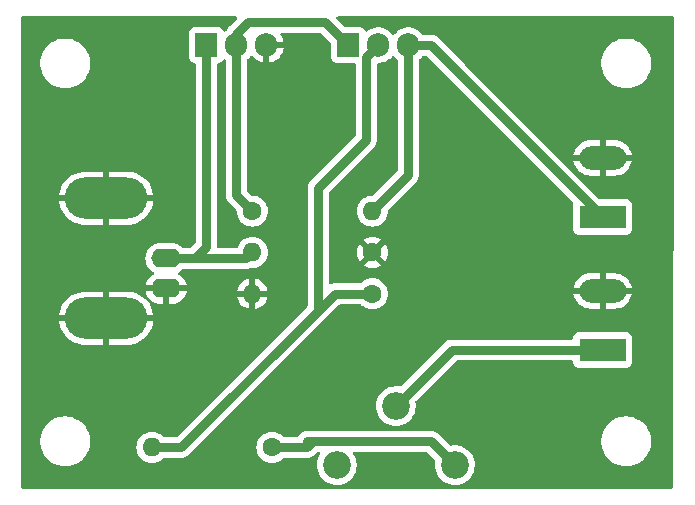
<source format=gbr>
G04 #@! TF.GenerationSoftware,KiCad,Pcbnew,6.0.7-f9a2dced07~116~ubuntu20.04.1*
G04 #@! TF.CreationDate,2022-10-13T03:27:01+01:00*
G04 #@! TF.ProjectId,mosfet_circuit,6d6f7366-6574-45f6-9369-72637569742e,rev?*
G04 #@! TF.SameCoordinates,Original*
G04 #@! TF.FileFunction,Copper,L2,Bot*
G04 #@! TF.FilePolarity,Positive*
%FSLAX46Y46*%
G04 Gerber Fmt 4.6, Leading zero omitted, Abs format (unit mm)*
G04 Created by KiCad (PCBNEW 6.0.7-f9a2dced07~116~ubuntu20.04.1) date 2022-10-13 03:27:01*
%MOMM*%
%LPD*%
G01*
G04 APERTURE LIST*
G04 #@! TA.AperFunction,ComponentPad*
%ADD10R,3.960000X1.980000*%
G04 #@! TD*
G04 #@! TA.AperFunction,ComponentPad*
%ADD11O,3.960000X1.980000*%
G04 #@! TD*
G04 #@! TA.AperFunction,ComponentPad*
%ADD12O,2.500000X1.600000*%
G04 #@! TD*
G04 #@! TA.AperFunction,ComponentPad*
%ADD13O,7.000000X3.500000*%
G04 #@! TD*
G04 #@! TA.AperFunction,ComponentPad*
%ADD14R,1.905000X2.000000*%
G04 #@! TD*
G04 #@! TA.AperFunction,ComponentPad*
%ADD15O,1.905000X2.000000*%
G04 #@! TD*
G04 #@! TA.AperFunction,ComponentPad*
%ADD16C,1.600000*%
G04 #@! TD*
G04 #@! TA.AperFunction,ComponentPad*
%ADD17O,1.600000X1.600000*%
G04 #@! TD*
G04 #@! TA.AperFunction,ComponentPad*
%ADD18C,2.340000*%
G04 #@! TD*
G04 #@! TA.AperFunction,Conductor*
%ADD19C,0.750000*%
G04 #@! TD*
G04 APERTURE END LIST*
D10*
X208500000Y-82500000D03*
D11*
X208500000Y-77500000D03*
D12*
X171550000Y-86000000D03*
D13*
X166470000Y-80920000D03*
D12*
X171550000Y-88540000D03*
D13*
X166470000Y-91080000D03*
D10*
X208500000Y-93765000D03*
D11*
X208500000Y-88765000D03*
D14*
X174960000Y-67945000D03*
D15*
X177500000Y-67945000D03*
X180040000Y-67945000D03*
D14*
X186960000Y-67945000D03*
D15*
X189500000Y-67945000D03*
X192040000Y-67945000D03*
D16*
X178840000Y-82000000D03*
D17*
X189000000Y-82000000D03*
D16*
X189000000Y-85500000D03*
D17*
X178840000Y-85500000D03*
D16*
X189000000Y-89000000D03*
D17*
X178840000Y-89000000D03*
D16*
X180500000Y-102000000D03*
D17*
X170340000Y-102000000D03*
D18*
X186000000Y-103500000D03*
X191000000Y-98500000D03*
X196000000Y-103500000D03*
D19*
X174960000Y-85040000D02*
X174000000Y-86000000D01*
X178340000Y-86000000D02*
X178840000Y-85500000D01*
X174000000Y-86000000D02*
X178340000Y-86000000D01*
X174960000Y-67945000D02*
X174960000Y-85040000D01*
X171550000Y-86000000D02*
X174000000Y-86000000D01*
X195735000Y-93765000D02*
X191000000Y-98500000D01*
X208500000Y-93765000D02*
X195735000Y-93765000D01*
X180500000Y-102000000D02*
X183500000Y-102000000D01*
X194000000Y-101500000D02*
X196000000Y-103500000D01*
X183500000Y-102000000D02*
X184000000Y-101500000D01*
X184000000Y-101500000D02*
X194000000Y-101500000D01*
X183500000Y-101500000D02*
X184000000Y-101500000D01*
X182000000Y-66000000D02*
X185015000Y-66000000D01*
X177500000Y-80660000D02*
X178840000Y-82000000D01*
X177500000Y-67000000D02*
X178500000Y-66000000D01*
X185015000Y-66000000D02*
X186960000Y-67945000D01*
X178500000Y-66000000D02*
X182000000Y-66000000D01*
X177500000Y-67945000D02*
X177500000Y-80660000D01*
X177500000Y-67945000D02*
X177500000Y-67000000D01*
X193945000Y-67945000D02*
X192040000Y-67945000D01*
X208500000Y-82500000D02*
X193945000Y-67945000D01*
X192040000Y-78960000D02*
X189000000Y-82000000D01*
X192040000Y-67945000D02*
X192040000Y-78960000D01*
X172840000Y-102000000D02*
X184920000Y-89920000D01*
X189500000Y-67945000D02*
X188487500Y-68957500D01*
X185840000Y-89000000D02*
X184920000Y-89920000D01*
X170340000Y-102000000D02*
X172840000Y-102000000D01*
X188487500Y-68957500D02*
X188487500Y-75987500D01*
X189000000Y-89000000D02*
X185840000Y-89000000D01*
X184920000Y-89920000D02*
X184420000Y-90420000D01*
X188487500Y-75987500D02*
X184420000Y-80055000D01*
X184420000Y-80055000D02*
X184420000Y-90420000D01*
G04 #@! TA.AperFunction,Conductor*
G36*
X177505973Y-65528502D02*
G01*
X177552466Y-65582158D01*
X177562570Y-65652432D01*
X177533076Y-65717012D01*
X177526947Y-65723596D01*
X176931450Y-66319092D01*
X176916416Y-66331932D01*
X176910910Y-66335932D01*
X176910908Y-66335934D01*
X176905566Y-66339815D01*
X176901145Y-66344725D01*
X176901144Y-66344726D01*
X176861114Y-66389184D01*
X176856573Y-66393969D01*
X176842528Y-66408014D01*
X176840444Y-66410588D01*
X176840441Y-66410591D01*
X176830031Y-66423446D01*
X176825747Y-66428462D01*
X176785717Y-66472920D01*
X176785713Y-66472925D01*
X176781296Y-66477831D01*
X176774791Y-66489097D01*
X176774589Y-66489448D01*
X176763391Y-66505741D01*
X176754953Y-66516161D01*
X176724787Y-66575363D01*
X176721654Y-66581133D01*
X176691740Y-66632945D01*
X176691738Y-66632950D01*
X176688436Y-66638669D01*
X176686395Y-66644949D01*
X176686392Y-66644957D01*
X176684292Y-66651421D01*
X176676731Y-66669678D01*
X176674411Y-66674232D01*
X176637796Y-66717795D01*
X176563716Y-66773415D01*
X176497235Y-66798320D01*
X176427839Y-66783328D01*
X176377565Y-66733198D01*
X176370085Y-66716885D01*
X176366269Y-66706707D01*
X176366267Y-66706703D01*
X176363115Y-66698295D01*
X176275761Y-66581739D01*
X176159205Y-66494385D01*
X176022816Y-66443255D01*
X175960634Y-66436500D01*
X173959366Y-66436500D01*
X173897184Y-66443255D01*
X173760795Y-66494385D01*
X173644239Y-66581739D01*
X173556885Y-66698295D01*
X173505755Y-66834684D01*
X173499000Y-66896866D01*
X173499000Y-68993134D01*
X173505755Y-69055316D01*
X173556885Y-69191705D01*
X173644239Y-69308261D01*
X173760795Y-69395615D01*
X173897184Y-69446745D01*
X173935255Y-69450881D01*
X173955985Y-69453133D01*
X173955990Y-69453133D01*
X173957616Y-69453310D01*
X173959366Y-69453500D01*
X173959321Y-69453913D01*
X174024257Y-69476864D01*
X174067778Y-69532957D01*
X174076500Y-69579020D01*
X174076500Y-84621852D01*
X174056498Y-84689973D01*
X174039595Y-84710947D01*
X173670947Y-85079595D01*
X173608635Y-85113621D01*
X173581852Y-85116500D01*
X173019188Y-85116500D01*
X172951067Y-85096498D01*
X172930093Y-85079595D01*
X172844300Y-84993802D01*
X172839792Y-84990645D01*
X172839789Y-84990643D01*
X172761611Y-84935902D01*
X172656749Y-84862477D01*
X172651767Y-84860154D01*
X172651762Y-84860151D01*
X172454225Y-84768039D01*
X172454224Y-84768039D01*
X172449243Y-84765716D01*
X172443935Y-84764294D01*
X172443933Y-84764293D01*
X172233402Y-84707881D01*
X172233400Y-84707881D01*
X172228087Y-84706457D01*
X172128520Y-84697746D01*
X172059851Y-84691738D01*
X172059844Y-84691738D01*
X172057127Y-84691500D01*
X171042873Y-84691500D01*
X171040156Y-84691738D01*
X171040149Y-84691738D01*
X170971480Y-84697746D01*
X170871913Y-84706457D01*
X170866600Y-84707881D01*
X170866598Y-84707881D01*
X170656067Y-84764293D01*
X170656065Y-84764294D01*
X170650757Y-84765716D01*
X170645776Y-84768039D01*
X170645775Y-84768039D01*
X170448238Y-84860151D01*
X170448233Y-84860154D01*
X170443251Y-84862477D01*
X170338389Y-84935902D01*
X170260211Y-84990643D01*
X170260208Y-84990645D01*
X170255700Y-84993802D01*
X170093802Y-85155700D01*
X169962477Y-85343251D01*
X169960154Y-85348233D01*
X169960151Y-85348238D01*
X169886831Y-85505475D01*
X169865716Y-85550757D01*
X169864294Y-85556065D01*
X169864293Y-85556067D01*
X169818200Y-85728087D01*
X169806457Y-85771913D01*
X169786502Y-86000000D01*
X169806457Y-86228087D01*
X169807881Y-86233400D01*
X169807881Y-86233402D01*
X169838641Y-86348197D01*
X169865716Y-86449243D01*
X169868039Y-86454224D01*
X169868039Y-86454225D01*
X169960151Y-86651762D01*
X169960154Y-86651767D01*
X169962477Y-86656749D01*
X169965634Y-86661257D01*
X170073782Y-86815708D01*
X170093802Y-86844300D01*
X170255700Y-87006198D01*
X170260208Y-87009355D01*
X170260211Y-87009357D01*
X170338389Y-87064098D01*
X170443251Y-87137523D01*
X170448233Y-87139846D01*
X170448238Y-87139849D01*
X170483049Y-87156081D01*
X170536334Y-87202998D01*
X170555795Y-87271275D01*
X170535253Y-87339235D01*
X170483049Y-87384471D01*
X170448489Y-87400586D01*
X170438993Y-87406069D01*
X170260533Y-87531028D01*
X170252125Y-87538084D01*
X170098084Y-87692125D01*
X170091028Y-87700533D01*
X169966069Y-87878993D01*
X169960586Y-87888489D01*
X169868510Y-88085947D01*
X169864764Y-88096239D01*
X169818606Y-88268503D01*
X169818942Y-88282599D01*
X169826884Y-88286000D01*
X173267967Y-88286000D01*
X173281498Y-88282027D01*
X173282727Y-88273478D01*
X173235236Y-88096239D01*
X173231490Y-88085947D01*
X173139414Y-87888489D01*
X173133931Y-87878993D01*
X173008972Y-87700533D01*
X173001916Y-87692125D01*
X172847875Y-87538084D01*
X172839467Y-87531028D01*
X172661007Y-87406069D01*
X172651511Y-87400586D01*
X172616951Y-87384471D01*
X172563666Y-87337554D01*
X172544205Y-87269277D01*
X172564747Y-87201317D01*
X172616951Y-87156081D01*
X172651762Y-87139849D01*
X172651767Y-87139846D01*
X172656749Y-87137523D01*
X172761611Y-87064098D01*
X172839789Y-87009357D01*
X172839792Y-87009355D01*
X172844300Y-87006198D01*
X172930093Y-86920405D01*
X172992405Y-86886379D01*
X173019188Y-86883500D01*
X173920543Y-86883500D01*
X173940255Y-86885051D01*
X173953507Y-86887150D01*
X173960094Y-86886805D01*
X173960098Y-86886805D01*
X174019850Y-86883673D01*
X174026445Y-86883500D01*
X178260543Y-86883500D01*
X178280255Y-86885051D01*
X178293507Y-86887150D01*
X178300094Y-86886805D01*
X178300098Y-86886805D01*
X178359850Y-86883673D01*
X178366445Y-86883500D01*
X178386306Y-86883500D01*
X178406069Y-86881423D01*
X178412628Y-86880907D01*
X178428427Y-86880079D01*
X178472377Y-86877776D01*
X178472381Y-86877775D01*
X178478971Y-86877430D01*
X178491929Y-86873958D01*
X178511372Y-86870355D01*
X178511795Y-86870311D01*
X178524702Y-86868954D01*
X178587894Y-86848422D01*
X178594196Y-86846556D01*
X178651985Y-86831071D01*
X178658363Y-86829362D01*
X178664242Y-86826366D01*
X178664251Y-86826363D01*
X178670317Y-86823272D01*
X178688579Y-86815708D01*
X178701329Y-86811565D01*
X178702120Y-86813998D01*
X178751516Y-86805757D01*
X178834524Y-86813019D01*
X178834525Y-86813019D01*
X178840000Y-86813498D01*
X179068087Y-86793543D01*
X179073400Y-86792119D01*
X179073402Y-86792119D01*
X179283933Y-86735707D01*
X179283935Y-86735706D01*
X179289243Y-86734284D01*
X179295235Y-86731490D01*
X179491762Y-86639849D01*
X179491767Y-86639846D01*
X179496749Y-86637523D01*
X179601611Y-86564098D01*
X179679789Y-86509357D01*
X179679792Y-86509355D01*
X179684300Y-86506198D01*
X179846198Y-86344300D01*
X179977523Y-86156749D01*
X179979846Y-86151767D01*
X179979849Y-86151762D01*
X180071961Y-85954225D01*
X180071961Y-85954224D01*
X180074284Y-85949243D01*
X180094976Y-85872022D01*
X180132119Y-85733402D01*
X180132119Y-85733400D01*
X180133543Y-85728087D01*
X180153498Y-85500000D01*
X180133543Y-85271913D01*
X180102404Y-85155700D01*
X180075707Y-85056067D01*
X180075706Y-85056065D01*
X180074284Y-85050757D01*
X180049543Y-84997699D01*
X179979849Y-84848238D01*
X179979846Y-84848233D01*
X179977523Y-84843251D01*
X179904098Y-84738389D01*
X179849357Y-84660211D01*
X179849355Y-84660208D01*
X179846198Y-84655700D01*
X179684300Y-84493802D01*
X179679792Y-84490645D01*
X179679789Y-84490643D01*
X179553920Y-84402509D01*
X179496749Y-84362477D01*
X179491767Y-84360154D01*
X179491762Y-84360151D01*
X179294225Y-84268039D01*
X179294224Y-84268039D01*
X179289243Y-84265716D01*
X179283935Y-84264294D01*
X179283933Y-84264293D01*
X179073402Y-84207881D01*
X179073400Y-84207881D01*
X179068087Y-84206457D01*
X178840000Y-84186502D01*
X178611913Y-84206457D01*
X178606600Y-84207881D01*
X178606598Y-84207881D01*
X178396067Y-84264293D01*
X178396065Y-84264294D01*
X178390757Y-84265716D01*
X178385776Y-84268039D01*
X178385775Y-84268039D01*
X178188238Y-84360151D01*
X178188233Y-84360154D01*
X178183251Y-84362477D01*
X178126080Y-84402509D01*
X178000211Y-84490643D01*
X178000208Y-84490645D01*
X177995700Y-84493802D01*
X177833802Y-84655700D01*
X177830645Y-84660208D01*
X177830643Y-84660211D01*
X177775902Y-84738389D01*
X177702477Y-84843251D01*
X177700154Y-84848233D01*
X177700151Y-84848238D01*
X177608983Y-85043750D01*
X177562066Y-85097035D01*
X177494788Y-85116500D01*
X175972474Y-85116500D01*
X175904353Y-85096498D01*
X175857860Y-85042842D01*
X175846907Y-84998150D01*
X175847150Y-84993507D01*
X175845051Y-84980253D01*
X175843500Y-84960544D01*
X175843500Y-69579020D01*
X175863502Y-69510899D01*
X175917158Y-69464406D01*
X175960656Y-69453703D01*
X175960634Y-69453500D01*
X175964010Y-69453133D01*
X175964015Y-69453133D01*
X175984745Y-69450881D01*
X176022816Y-69446745D01*
X176159205Y-69395615D01*
X176275761Y-69308261D01*
X176363115Y-69191705D01*
X176370573Y-69171811D01*
X176413213Y-69115047D01*
X176479774Y-69090346D01*
X176549123Y-69105553D01*
X176566645Y-69117156D01*
X176568590Y-69118692D01*
X176609654Y-69176609D01*
X176616500Y-69217576D01*
X176616500Y-80580543D01*
X176614949Y-80600255D01*
X176612850Y-80613507D01*
X176613195Y-80620094D01*
X176613195Y-80620098D01*
X176616327Y-80679850D01*
X176616500Y-80686445D01*
X176616500Y-80706306D01*
X176616844Y-80709577D01*
X176618576Y-80726059D01*
X176619093Y-80732628D01*
X176622570Y-80798971D01*
X176626042Y-80811929D01*
X176629645Y-80831372D01*
X176631046Y-80844702D01*
X176651578Y-80907894D01*
X176653444Y-80914196D01*
X176670638Y-80978363D01*
X176673634Y-80984242D01*
X176673637Y-80984251D01*
X176676728Y-80990317D01*
X176684292Y-81008579D01*
X176686392Y-81015043D01*
X176686395Y-81015051D01*
X176688436Y-81021331D01*
X176691738Y-81027050D01*
X176691740Y-81027055D01*
X176721654Y-81078867D01*
X176724787Y-81084637D01*
X176754953Y-81143839D01*
X176759109Y-81148971D01*
X176763391Y-81154259D01*
X176774589Y-81170552D01*
X176781296Y-81182169D01*
X176785713Y-81187075D01*
X176785717Y-81187080D01*
X176825747Y-81231538D01*
X176830031Y-81236554D01*
X176840441Y-81249409D01*
X176842528Y-81251986D01*
X176856573Y-81266031D01*
X176861114Y-81270816D01*
X176905566Y-81320185D01*
X176916426Y-81328075D01*
X176931454Y-81340912D01*
X177490107Y-81899565D01*
X177524133Y-81961877D01*
X177525869Y-81989018D01*
X177526981Y-81989018D01*
X177526981Y-81994525D01*
X177526502Y-82000000D01*
X177546457Y-82228087D01*
X177547881Y-82233400D01*
X177547881Y-82233402D01*
X177558255Y-82272116D01*
X177605716Y-82449243D01*
X177608039Y-82454224D01*
X177608039Y-82454225D01*
X177700151Y-82651762D01*
X177700154Y-82651767D01*
X177702477Y-82656749D01*
X177833802Y-82844300D01*
X177995700Y-83006198D01*
X178000208Y-83009355D01*
X178000211Y-83009357D01*
X178043123Y-83039404D01*
X178183251Y-83137523D01*
X178188233Y-83139846D01*
X178188238Y-83139849D01*
X178385775Y-83231961D01*
X178390757Y-83234284D01*
X178396065Y-83235706D01*
X178396067Y-83235707D01*
X178606598Y-83292119D01*
X178606600Y-83292119D01*
X178611913Y-83293543D01*
X178840000Y-83313498D01*
X179068087Y-83293543D01*
X179073400Y-83292119D01*
X179073402Y-83292119D01*
X179283933Y-83235707D01*
X179283935Y-83235706D01*
X179289243Y-83234284D01*
X179294225Y-83231961D01*
X179491762Y-83139849D01*
X179491767Y-83139846D01*
X179496749Y-83137523D01*
X179636877Y-83039404D01*
X179679789Y-83009357D01*
X179679792Y-83009355D01*
X179684300Y-83006198D01*
X179846198Y-82844300D01*
X179977523Y-82656749D01*
X179979846Y-82651767D01*
X179979849Y-82651762D01*
X180071961Y-82454225D01*
X180071961Y-82454224D01*
X180074284Y-82449243D01*
X180121746Y-82272116D01*
X180132119Y-82233402D01*
X180132119Y-82233400D01*
X180133543Y-82228087D01*
X180153498Y-82000000D01*
X180133543Y-81771913D01*
X180074284Y-81550757D01*
X180031250Y-81458469D01*
X179979849Y-81348238D01*
X179979846Y-81348233D01*
X179977523Y-81343251D01*
X179901013Y-81233984D01*
X179849357Y-81160211D01*
X179849355Y-81160208D01*
X179846198Y-81155700D01*
X179684300Y-80993802D01*
X179679792Y-80990645D01*
X179679789Y-80990643D01*
X179561582Y-80907874D01*
X179496749Y-80862477D01*
X179491767Y-80860154D01*
X179491762Y-80860151D01*
X179294225Y-80768039D01*
X179294224Y-80768039D01*
X179289243Y-80765716D01*
X179283935Y-80764294D01*
X179283933Y-80764293D01*
X179073402Y-80707881D01*
X179073400Y-80707881D01*
X179068087Y-80706457D01*
X178840000Y-80686502D01*
X178834525Y-80686981D01*
X178829018Y-80686981D01*
X178829018Y-80684420D01*
X178769938Y-80672492D01*
X178739565Y-80650107D01*
X178420405Y-80330947D01*
X178386379Y-80268635D01*
X178383500Y-80241852D01*
X178383500Y-69219174D01*
X178403502Y-69151053D01*
X178433847Y-69118414D01*
X178469185Y-69091882D01*
X178469188Y-69091880D01*
X178473320Y-69088777D01*
X178639301Y-68915088D01*
X178664840Y-68877649D01*
X178719751Y-68832648D01*
X178790275Y-68824477D01*
X178854022Y-68855731D01*
X178874716Y-68880210D01*
X178876085Y-68882326D01*
X178882378Y-68890498D01*
X179037050Y-69060480D01*
X179044583Y-69067506D01*
X179224944Y-69209945D01*
X179233531Y-69215650D01*
X179434722Y-69326714D01*
X179444134Y-69330944D01*
X179660768Y-69407659D01*
X179670739Y-69410293D01*
X179768163Y-69427647D01*
X179781460Y-69426187D01*
X179785543Y-69413096D01*
X180294000Y-69413096D01*
X180297918Y-69426440D01*
X180312194Y-69428427D01*
X180374515Y-69418890D01*
X180384543Y-69416501D01*
X180602988Y-69345102D01*
X180612497Y-69341105D01*
X180816344Y-69234989D01*
X180825069Y-69229495D01*
X181008852Y-69091507D01*
X181016559Y-69084664D01*
X181175339Y-68918509D01*
X181181826Y-68910499D01*
X181311330Y-68720653D01*
X181316429Y-68711679D01*
X181413187Y-68503231D01*
X181416750Y-68493544D01*
X181478165Y-68272092D01*
X181480096Y-68261970D01*
X181484901Y-68217013D01*
X181482253Y-68202392D01*
X181469876Y-68199000D01*
X180312115Y-68199000D01*
X180296876Y-68203475D01*
X180295671Y-68204865D01*
X180294000Y-68212548D01*
X180294000Y-69413096D01*
X179785543Y-69413096D01*
X179786000Y-69411630D01*
X179786000Y-67817000D01*
X179806002Y-67748879D01*
X179859658Y-67702386D01*
X179912000Y-67691000D01*
X181470412Y-67691000D01*
X181485141Y-67686675D01*
X181487202Y-67674889D01*
X181486249Y-67663296D01*
X181484567Y-67653134D01*
X181428578Y-67430229D01*
X181425259Y-67420481D01*
X181333615Y-67209711D01*
X181328752Y-67200642D01*
X181249372Y-67077941D01*
X181229165Y-67009881D01*
X181248961Y-66941700D01*
X181302476Y-66895045D01*
X181355164Y-66883500D01*
X184596852Y-66883500D01*
X184664973Y-66903502D01*
X184685947Y-66920405D01*
X185462095Y-67696553D01*
X185496121Y-67758865D01*
X185499000Y-67785648D01*
X185499000Y-68993134D01*
X185505755Y-69055316D01*
X185556885Y-69191705D01*
X185644239Y-69308261D01*
X185760795Y-69395615D01*
X185897184Y-69446745D01*
X185959366Y-69453500D01*
X187478000Y-69453500D01*
X187546121Y-69473502D01*
X187592614Y-69527158D01*
X187604000Y-69579500D01*
X187604000Y-75569353D01*
X187583998Y-75637474D01*
X187567095Y-75658448D01*
X183851454Y-79374088D01*
X183836426Y-79386925D01*
X183825566Y-79394815D01*
X183821145Y-79399725D01*
X183821144Y-79399726D01*
X183781114Y-79444184D01*
X183776573Y-79448969D01*
X183762528Y-79463014D01*
X183760444Y-79465588D01*
X183760441Y-79465591D01*
X183750031Y-79478446D01*
X183745747Y-79483462D01*
X183705717Y-79527920D01*
X183705713Y-79527925D01*
X183701296Y-79532831D01*
X183694791Y-79544097D01*
X183694589Y-79544448D01*
X183683391Y-79560741D01*
X183674953Y-79571161D01*
X183644787Y-79630363D01*
X183641654Y-79636133D01*
X183611740Y-79687945D01*
X183611738Y-79687950D01*
X183608436Y-79693669D01*
X183606395Y-79699949D01*
X183606392Y-79699957D01*
X183604292Y-79706421D01*
X183596728Y-79724683D01*
X183593637Y-79730749D01*
X183593634Y-79730758D01*
X183590638Y-79736637D01*
X183588929Y-79743015D01*
X183573444Y-79800804D01*
X183571578Y-79807106D01*
X183551046Y-79870298D01*
X183550356Y-79876866D01*
X183549645Y-79883628D01*
X183546042Y-79903071D01*
X183542570Y-79916029D01*
X183542225Y-79922619D01*
X183542224Y-79922623D01*
X183539093Y-79982367D01*
X183538577Y-79988931D01*
X183536500Y-80008694D01*
X183536500Y-80028555D01*
X183536327Y-80035150D01*
X183532850Y-80101493D01*
X183533882Y-80108007D01*
X183534949Y-80114744D01*
X183536500Y-80134456D01*
X183536500Y-90001853D01*
X183516498Y-90069974D01*
X183499595Y-90090948D01*
X172510947Y-101079595D01*
X172448635Y-101113621D01*
X172421852Y-101116500D01*
X171359188Y-101116500D01*
X171291067Y-101096498D01*
X171270093Y-101079595D01*
X171184300Y-100993802D01*
X171179792Y-100990645D01*
X171179789Y-100990643D01*
X171051971Y-100901144D01*
X170996749Y-100862477D01*
X170991767Y-100860154D01*
X170991762Y-100860151D01*
X170794225Y-100768039D01*
X170794224Y-100768039D01*
X170789243Y-100765716D01*
X170783935Y-100764294D01*
X170783933Y-100764293D01*
X170573402Y-100707881D01*
X170573400Y-100707881D01*
X170568087Y-100706457D01*
X170340000Y-100686502D01*
X170111913Y-100706457D01*
X170106600Y-100707881D01*
X170106598Y-100707881D01*
X169896067Y-100764293D01*
X169896065Y-100764294D01*
X169890757Y-100765716D01*
X169885776Y-100768039D01*
X169885775Y-100768039D01*
X169688238Y-100860151D01*
X169688233Y-100860154D01*
X169683251Y-100862477D01*
X169628029Y-100901144D01*
X169500211Y-100990643D01*
X169500208Y-100990645D01*
X169495700Y-100993802D01*
X169333802Y-101155700D01*
X169202477Y-101343251D01*
X169200154Y-101348233D01*
X169200151Y-101348238D01*
X169108039Y-101545775D01*
X169105716Y-101550757D01*
X169104294Y-101556065D01*
X169104293Y-101556067D01*
X169047881Y-101766598D01*
X169046457Y-101771913D01*
X169026502Y-102000000D01*
X169046457Y-102228087D01*
X169047881Y-102233400D01*
X169047881Y-102233402D01*
X169093460Y-102403502D01*
X169105716Y-102449243D01*
X169108039Y-102454224D01*
X169108039Y-102454225D01*
X169200151Y-102651762D01*
X169200154Y-102651767D01*
X169202477Y-102656749D01*
X169250555Y-102725411D01*
X169313782Y-102815708D01*
X169333802Y-102844300D01*
X169495700Y-103006198D01*
X169500208Y-103009355D01*
X169500211Y-103009357D01*
X169504607Y-103012435D01*
X169683251Y-103137523D01*
X169688233Y-103139846D01*
X169688238Y-103139849D01*
X169843766Y-103212372D01*
X169890757Y-103234284D01*
X169896065Y-103235706D01*
X169896067Y-103235707D01*
X170106598Y-103292119D01*
X170106600Y-103292119D01*
X170111913Y-103293543D01*
X170340000Y-103313498D01*
X170568087Y-103293543D01*
X170573400Y-103292119D01*
X170573402Y-103292119D01*
X170783933Y-103235707D01*
X170783935Y-103235706D01*
X170789243Y-103234284D01*
X170836234Y-103212372D01*
X170991762Y-103139849D01*
X170991767Y-103139846D01*
X170996749Y-103137523D01*
X171175393Y-103012435D01*
X171179789Y-103009357D01*
X171179792Y-103009355D01*
X171184300Y-103006198D01*
X171270093Y-102920405D01*
X171332405Y-102886379D01*
X171359188Y-102883500D01*
X172760543Y-102883500D01*
X172780255Y-102885051D01*
X172793507Y-102887150D01*
X172800094Y-102886805D01*
X172800098Y-102886805D01*
X172859850Y-102883673D01*
X172866445Y-102883500D01*
X172886306Y-102883500D01*
X172906069Y-102881423D01*
X172912628Y-102880907D01*
X172928427Y-102880079D01*
X172972377Y-102877776D01*
X172972381Y-102877775D01*
X172978971Y-102877430D01*
X172991929Y-102873958D01*
X173011372Y-102870355D01*
X173011795Y-102870311D01*
X173024702Y-102868954D01*
X173087894Y-102848422D01*
X173094196Y-102846556D01*
X173151985Y-102831071D01*
X173158363Y-102829362D01*
X173164242Y-102826366D01*
X173164251Y-102826363D01*
X173170317Y-102823272D01*
X173188579Y-102815708D01*
X173195043Y-102813608D01*
X173195051Y-102813605D01*
X173201331Y-102811564D01*
X173207050Y-102808262D01*
X173207055Y-102808260D01*
X173258867Y-102778346D01*
X173264637Y-102775213D01*
X173323839Y-102745047D01*
X173334259Y-102736609D01*
X173350552Y-102725411D01*
X173350903Y-102725209D01*
X173362169Y-102718704D01*
X173367075Y-102714287D01*
X173367080Y-102714283D01*
X173411538Y-102674253D01*
X173416554Y-102669969D01*
X173429409Y-102659559D01*
X173429412Y-102659556D01*
X173431986Y-102657472D01*
X173446031Y-102643427D01*
X173450816Y-102638886D01*
X173495274Y-102598856D01*
X173495276Y-102598854D01*
X173500185Y-102594434D01*
X173508075Y-102583574D01*
X173520912Y-102568546D01*
X174089458Y-102000000D01*
X179186502Y-102000000D01*
X179206457Y-102228087D01*
X179207881Y-102233400D01*
X179207881Y-102233402D01*
X179253460Y-102403502D01*
X179265716Y-102449243D01*
X179268039Y-102454224D01*
X179268039Y-102454225D01*
X179360151Y-102651762D01*
X179360154Y-102651767D01*
X179362477Y-102656749D01*
X179410555Y-102725411D01*
X179473782Y-102815708D01*
X179493802Y-102844300D01*
X179655700Y-103006198D01*
X179660208Y-103009355D01*
X179660211Y-103009357D01*
X179664607Y-103012435D01*
X179843251Y-103137523D01*
X179848233Y-103139846D01*
X179848238Y-103139849D01*
X180003766Y-103212372D01*
X180050757Y-103234284D01*
X180056065Y-103235706D01*
X180056067Y-103235707D01*
X180266598Y-103292119D01*
X180266600Y-103292119D01*
X180271913Y-103293543D01*
X180500000Y-103313498D01*
X180728087Y-103293543D01*
X180733400Y-103292119D01*
X180733402Y-103292119D01*
X180943933Y-103235707D01*
X180943935Y-103235706D01*
X180949243Y-103234284D01*
X180996234Y-103212372D01*
X181151762Y-103139849D01*
X181151767Y-103139846D01*
X181156749Y-103137523D01*
X181335393Y-103012435D01*
X181339789Y-103009357D01*
X181339792Y-103009355D01*
X181344300Y-103006198D01*
X181430093Y-102920405D01*
X181492405Y-102886379D01*
X181519188Y-102883500D01*
X183420543Y-102883500D01*
X183440255Y-102885051D01*
X183453507Y-102887150D01*
X183460094Y-102886805D01*
X183460098Y-102886805D01*
X183519850Y-102883673D01*
X183526445Y-102883500D01*
X183546306Y-102883500D01*
X183566069Y-102881423D01*
X183572628Y-102880907D01*
X183588427Y-102880079D01*
X183632377Y-102877776D01*
X183632381Y-102877775D01*
X183638971Y-102877430D01*
X183651929Y-102873958D01*
X183671372Y-102870355D01*
X183671795Y-102870311D01*
X183684702Y-102868954D01*
X183747894Y-102848422D01*
X183754196Y-102846556D01*
X183811985Y-102831071D01*
X183818363Y-102829362D01*
X183824242Y-102826366D01*
X183824251Y-102826363D01*
X183830317Y-102823272D01*
X183848579Y-102815708D01*
X183855043Y-102813608D01*
X183855051Y-102813605D01*
X183861331Y-102811564D01*
X183867050Y-102808262D01*
X183867055Y-102808260D01*
X183918867Y-102778346D01*
X183924637Y-102775213D01*
X183983839Y-102745047D01*
X183994259Y-102736609D01*
X184010552Y-102725411D01*
X184010903Y-102725209D01*
X184022169Y-102718704D01*
X184027075Y-102714287D01*
X184027080Y-102714283D01*
X184071538Y-102674253D01*
X184076554Y-102669969D01*
X184089409Y-102659559D01*
X184089412Y-102659556D01*
X184091986Y-102657472D01*
X184106031Y-102643427D01*
X184110816Y-102638886D01*
X184155276Y-102598854D01*
X184160185Y-102594434D01*
X184164066Y-102589093D01*
X184164070Y-102589088D01*
X184168075Y-102583576D01*
X184180915Y-102568543D01*
X184329053Y-102420405D01*
X184391365Y-102386379D01*
X184418148Y-102383500D01*
X184490215Y-102383500D01*
X184558336Y-102403502D01*
X184604829Y-102457158D01*
X184614933Y-102527432D01*
X184597934Y-102574864D01*
X184500252Y-102735840D01*
X184498443Y-102740154D01*
X184498442Y-102740156D01*
X184413206Y-102943421D01*
X184403775Y-102965911D01*
X184402624Y-102970443D01*
X184402623Y-102970446D01*
X184393543Y-103006198D01*
X184342365Y-103207714D01*
X184317370Y-103455939D01*
X184317594Y-103460606D01*
X184317594Y-103460611D01*
X184321126Y-103534144D01*
X184329339Y-103705131D01*
X184378010Y-103949818D01*
X184462314Y-104184622D01*
X184580398Y-104404386D01*
X184729668Y-104604283D01*
X184906844Y-104779921D01*
X184910606Y-104782679D01*
X184910609Y-104782682D01*
X185100265Y-104921742D01*
X185108036Y-104927440D01*
X185112171Y-104929616D01*
X185112175Y-104929618D01*
X185228009Y-104990561D01*
X185328823Y-105043602D01*
X185564354Y-105125853D01*
X185568947Y-105126725D01*
X185804867Y-105171516D01*
X185804870Y-105171516D01*
X185809456Y-105172387D01*
X185934100Y-105177285D01*
X186054075Y-105181999D01*
X186054081Y-105181999D01*
X186058743Y-105182182D01*
X186156134Y-105171516D01*
X186302087Y-105155532D01*
X186302092Y-105155531D01*
X186306740Y-105155022D01*
X186311264Y-105153831D01*
X186543476Y-105092694D01*
X186543478Y-105092693D01*
X186547999Y-105091503D01*
X186552296Y-105089657D01*
X186772924Y-104994868D01*
X186772926Y-104994867D01*
X186777218Y-104993023D01*
X186887667Y-104924675D01*
X186985391Y-104864202D01*
X186985395Y-104864199D01*
X186989364Y-104861743D01*
X187179775Y-104700548D01*
X187261316Y-104607569D01*
X187341187Y-104516494D01*
X187341191Y-104516489D01*
X187344269Y-104512979D01*
X187479231Y-104303157D01*
X187581697Y-104075691D01*
X187582967Y-104071188D01*
X187648146Y-103840082D01*
X187648147Y-103840079D01*
X187649416Y-103835578D01*
X187678304Y-103608500D01*
X187680502Y-103591222D01*
X187680502Y-103591218D01*
X187680900Y-103588092D01*
X187683207Y-103500000D01*
X187678058Y-103430712D01*
X187665064Y-103255858D01*
X187665063Y-103255854D01*
X187664718Y-103251206D01*
X187609659Y-103007878D01*
X187607490Y-103002301D01*
X187520931Y-102779714D01*
X187520930Y-102779712D01*
X187519238Y-102775361D01*
X187516920Y-102771305D01*
X187403021Y-102572023D01*
X187386584Y-102502955D01*
X187410097Y-102435966D01*
X187466095Y-102392322D01*
X187512414Y-102383500D01*
X193581852Y-102383500D01*
X193649973Y-102403502D01*
X193670947Y-102420405D01*
X194315172Y-103064630D01*
X194349198Y-103126942D01*
X194348199Y-103184743D01*
X194342365Y-103207714D01*
X194341897Y-103212365D01*
X194341896Y-103212369D01*
X194337517Y-103255858D01*
X194317370Y-103455939D01*
X194317594Y-103460606D01*
X194317594Y-103460611D01*
X194321126Y-103534144D01*
X194329339Y-103705131D01*
X194378010Y-103949818D01*
X194462314Y-104184622D01*
X194580398Y-104404386D01*
X194729668Y-104604283D01*
X194906844Y-104779921D01*
X194910606Y-104782679D01*
X194910609Y-104782682D01*
X195100265Y-104921742D01*
X195108036Y-104927440D01*
X195112171Y-104929616D01*
X195112175Y-104929618D01*
X195228009Y-104990561D01*
X195328823Y-105043602D01*
X195564354Y-105125853D01*
X195568947Y-105126725D01*
X195804867Y-105171516D01*
X195804870Y-105171516D01*
X195809456Y-105172387D01*
X195934100Y-105177285D01*
X196054075Y-105181999D01*
X196054081Y-105181999D01*
X196058743Y-105182182D01*
X196156134Y-105171516D01*
X196302087Y-105155532D01*
X196302092Y-105155531D01*
X196306740Y-105155022D01*
X196311264Y-105153831D01*
X196543476Y-105092694D01*
X196543478Y-105092693D01*
X196547999Y-105091503D01*
X196552296Y-105089657D01*
X196772924Y-104994868D01*
X196772926Y-104994867D01*
X196777218Y-104993023D01*
X196887667Y-104924675D01*
X196985391Y-104864202D01*
X196985395Y-104864199D01*
X196989364Y-104861743D01*
X197179775Y-104700548D01*
X197261316Y-104607569D01*
X197341187Y-104516494D01*
X197341191Y-104516489D01*
X197344269Y-104512979D01*
X197479231Y-104303157D01*
X197581697Y-104075691D01*
X197582967Y-104071188D01*
X197648146Y-103840082D01*
X197648147Y-103840079D01*
X197649416Y-103835578D01*
X197678304Y-103608500D01*
X197680502Y-103591222D01*
X197680502Y-103591218D01*
X197680900Y-103588092D01*
X197683207Y-103500000D01*
X197678058Y-103430712D01*
X197665064Y-103255858D01*
X197665063Y-103255854D01*
X197664718Y-103251206D01*
X197609659Y-103007878D01*
X197607490Y-103002301D01*
X197520931Y-102779714D01*
X197520930Y-102779712D01*
X197519238Y-102775361D01*
X197503625Y-102748043D01*
X197418356Y-102598854D01*
X197395442Y-102558763D01*
X197240990Y-102362842D01*
X197059276Y-102191902D01*
X196943160Y-102111350D01*
X196858130Y-102052362D01*
X196858125Y-102052359D01*
X196854292Y-102049700D01*
X196850110Y-102047637D01*
X196850102Y-102047633D01*
X196634728Y-101941423D01*
X196634725Y-101941422D01*
X196630540Y-101939358D01*
X196617423Y-101935159D01*
X196562987Y-101917734D01*
X196392937Y-101863300D01*
X196388330Y-101862550D01*
X196388327Y-101862549D01*
X196151312Y-101823949D01*
X196151313Y-101823949D01*
X196146701Y-101823198D01*
X196025753Y-101821615D01*
X195901920Y-101819994D01*
X195901917Y-101819994D01*
X195897243Y-101819933D01*
X195769828Y-101837273D01*
X195670571Y-101850781D01*
X195600375Y-101840148D01*
X195564485Y-101815027D01*
X195382161Y-101632703D01*
X208390743Y-101632703D01*
X208428268Y-101917734D01*
X208429401Y-101921874D01*
X208429401Y-101921876D01*
X208435326Y-101943534D01*
X208504129Y-102195036D01*
X208505813Y-102198984D01*
X208600258Y-102420405D01*
X208616923Y-102459476D01*
X208628693Y-102479142D01*
X208742901Y-102669969D01*
X208764561Y-102706161D01*
X208944313Y-102930528D01*
X209152851Y-103128423D01*
X209386317Y-103296186D01*
X209390112Y-103298195D01*
X209390113Y-103298196D01*
X209411869Y-103309715D01*
X209640392Y-103430712D01*
X209910373Y-103529511D01*
X210191264Y-103590755D01*
X210197198Y-103591222D01*
X210414282Y-103608307D01*
X210414291Y-103608307D01*
X210416739Y-103608500D01*
X210572271Y-103608500D01*
X210574407Y-103608354D01*
X210574418Y-103608354D01*
X210782548Y-103594165D01*
X210782554Y-103594164D01*
X210786825Y-103593873D01*
X210791020Y-103593004D01*
X210791022Y-103593004D01*
X210927584Y-103564723D01*
X211068342Y-103535574D01*
X211339343Y-103439607D01*
X211427362Y-103394177D01*
X211591005Y-103309715D01*
X211591006Y-103309715D01*
X211594812Y-103307750D01*
X211598313Y-103305289D01*
X211598317Y-103305287D01*
X211769833Y-103184743D01*
X211830023Y-103142441D01*
X211979515Y-103003524D01*
X212037479Y-102949661D01*
X212037481Y-102949658D01*
X212040622Y-102946740D01*
X212222713Y-102724268D01*
X212372927Y-102479142D01*
X212488483Y-102215898D01*
X212495319Y-102191902D01*
X212566068Y-101943534D01*
X212567244Y-101939406D01*
X212607751Y-101654784D01*
X212607845Y-101636951D01*
X212609235Y-101371583D01*
X212609235Y-101371576D01*
X212609257Y-101367297D01*
X212606092Y-101343251D01*
X212592190Y-101237660D01*
X212571732Y-101082266D01*
X212495871Y-100804964D01*
X212478523Y-100764293D01*
X212384763Y-100544476D01*
X212384761Y-100544472D01*
X212383077Y-100540524D01*
X212235439Y-100293839D01*
X212055687Y-100069472D01*
X211847149Y-99871577D01*
X211613683Y-99703814D01*
X211600884Y-99697037D01*
X211568654Y-99679972D01*
X211359608Y-99569288D01*
X211089627Y-99470489D01*
X210808736Y-99409245D01*
X210777685Y-99406801D01*
X210585718Y-99391693D01*
X210585709Y-99391693D01*
X210583261Y-99391500D01*
X210427729Y-99391500D01*
X210425593Y-99391646D01*
X210425582Y-99391646D01*
X210217452Y-99405835D01*
X210217446Y-99405836D01*
X210213175Y-99406127D01*
X210208980Y-99406996D01*
X210208978Y-99406996D01*
X210072417Y-99435276D01*
X209931658Y-99464426D01*
X209660657Y-99560393D01*
X209405188Y-99692250D01*
X209401687Y-99694711D01*
X209401683Y-99694713D01*
X209388734Y-99703814D01*
X209169977Y-99857559D01*
X209154892Y-99871577D01*
X208968111Y-100045145D01*
X208959378Y-100053260D01*
X208777287Y-100275732D01*
X208627073Y-100520858D01*
X208625347Y-100524791D01*
X208625346Y-100524792D01*
X208522488Y-100759109D01*
X208511517Y-100784102D01*
X208510342Y-100788229D01*
X208510341Y-100788230D01*
X208489191Y-100862477D01*
X208432756Y-101060594D01*
X208392249Y-101345216D01*
X208392227Y-101349505D01*
X208392226Y-101349512D01*
X208391198Y-101545775D01*
X208390743Y-101632703D01*
X195382161Y-101632703D01*
X194680912Y-100931454D01*
X194668075Y-100916426D01*
X194660185Y-100905566D01*
X194610816Y-100861114D01*
X194606031Y-100856573D01*
X194591986Y-100842528D01*
X194589409Y-100840441D01*
X194576554Y-100830031D01*
X194571538Y-100825747D01*
X194527080Y-100785717D01*
X194527075Y-100785713D01*
X194522169Y-100781296D01*
X194510552Y-100774589D01*
X194494259Y-100763391D01*
X194488971Y-100759109D01*
X194483839Y-100754953D01*
X194424637Y-100724787D01*
X194418867Y-100721654D01*
X194367055Y-100691740D01*
X194367050Y-100691738D01*
X194361331Y-100688436D01*
X194355051Y-100686395D01*
X194355043Y-100686392D01*
X194348579Y-100684292D01*
X194330317Y-100676728D01*
X194324251Y-100673637D01*
X194324242Y-100673634D01*
X194318363Y-100670638D01*
X194307672Y-100667773D01*
X194254196Y-100653444D01*
X194247894Y-100651578D01*
X194184702Y-100631046D01*
X194171372Y-100629645D01*
X194151929Y-100626042D01*
X194138971Y-100622570D01*
X194132381Y-100622225D01*
X194132377Y-100622224D01*
X194088427Y-100619921D01*
X194072628Y-100619093D01*
X194066069Y-100618577D01*
X194046306Y-100616500D01*
X194026445Y-100616500D01*
X194019850Y-100616327D01*
X193960098Y-100613195D01*
X193960094Y-100613195D01*
X193953507Y-100612850D01*
X193940253Y-100614949D01*
X193920544Y-100616500D01*
X184079457Y-100616500D01*
X184059745Y-100614949D01*
X184053008Y-100613882D01*
X184053009Y-100613882D01*
X184046493Y-100612850D01*
X184039906Y-100613195D01*
X184039902Y-100613195D01*
X183980150Y-100616327D01*
X183973555Y-100616500D01*
X183453694Y-100616500D01*
X183346058Y-100627813D01*
X183321862Y-100630356D01*
X183321861Y-100630356D01*
X183315298Y-100631046D01*
X183138669Y-100688436D01*
X182977831Y-100781296D01*
X182972924Y-100785714D01*
X182972923Y-100785715D01*
X182889184Y-100861114D01*
X182839815Y-100905566D01*
X182730652Y-101055816D01*
X182730485Y-101055695D01*
X182681403Y-101102494D01*
X182623667Y-101116500D01*
X181519188Y-101116500D01*
X181451067Y-101096498D01*
X181430093Y-101079595D01*
X181344300Y-100993802D01*
X181339792Y-100990645D01*
X181339789Y-100990643D01*
X181211971Y-100901144D01*
X181156749Y-100862477D01*
X181151767Y-100860154D01*
X181151762Y-100860151D01*
X180954225Y-100768039D01*
X180954224Y-100768039D01*
X180949243Y-100765716D01*
X180943935Y-100764294D01*
X180943933Y-100764293D01*
X180733402Y-100707881D01*
X180733400Y-100707881D01*
X180728087Y-100706457D01*
X180500000Y-100686502D01*
X180271913Y-100706457D01*
X180266600Y-100707881D01*
X180266598Y-100707881D01*
X180056067Y-100764293D01*
X180056065Y-100764294D01*
X180050757Y-100765716D01*
X180045776Y-100768039D01*
X180045775Y-100768039D01*
X179848238Y-100860151D01*
X179848233Y-100860154D01*
X179843251Y-100862477D01*
X179788029Y-100901144D01*
X179660211Y-100990643D01*
X179660208Y-100990645D01*
X179655700Y-100993802D01*
X179493802Y-101155700D01*
X179362477Y-101343251D01*
X179360154Y-101348233D01*
X179360151Y-101348238D01*
X179268039Y-101545775D01*
X179265716Y-101550757D01*
X179264294Y-101556065D01*
X179264293Y-101556067D01*
X179207881Y-101766598D01*
X179206457Y-101771913D01*
X179186502Y-102000000D01*
X174089458Y-102000000D01*
X177633519Y-98455939D01*
X189317370Y-98455939D01*
X189329339Y-98705131D01*
X189378010Y-98949818D01*
X189462314Y-99184622D01*
X189580398Y-99404386D01*
X189729668Y-99604283D01*
X189906844Y-99779921D01*
X189910606Y-99782679D01*
X189910609Y-99782682D01*
X190028434Y-99869074D01*
X190108036Y-99927440D01*
X190112171Y-99929616D01*
X190112175Y-99929618D01*
X190228009Y-99990561D01*
X190328823Y-100043602D01*
X190564354Y-100125853D01*
X190568947Y-100126725D01*
X190804867Y-100171516D01*
X190804870Y-100171516D01*
X190809456Y-100172387D01*
X190934099Y-100177284D01*
X191054075Y-100181999D01*
X191054081Y-100181999D01*
X191058743Y-100182182D01*
X191156134Y-100171516D01*
X191302087Y-100155532D01*
X191302092Y-100155531D01*
X191306740Y-100155022D01*
X191311264Y-100153831D01*
X191543476Y-100092694D01*
X191543478Y-100092693D01*
X191547999Y-100091503D01*
X191629287Y-100056579D01*
X191772924Y-99994868D01*
X191772926Y-99994867D01*
X191777218Y-99993023D01*
X191887667Y-99924675D01*
X191985391Y-99864202D01*
X191985395Y-99864199D01*
X191989364Y-99861743D01*
X192179775Y-99700548D01*
X192261316Y-99607569D01*
X192341187Y-99516494D01*
X192341191Y-99516489D01*
X192344269Y-99512979D01*
X192371600Y-99470489D01*
X192476703Y-99307087D01*
X192479231Y-99303157D01*
X192581697Y-99075691D01*
X192582967Y-99071188D01*
X192648146Y-98840082D01*
X192648147Y-98840079D01*
X192649416Y-98835578D01*
X192680900Y-98588092D01*
X192683207Y-98500000D01*
X192664718Y-98251206D01*
X192649336Y-98183227D01*
X192653811Y-98112371D01*
X192683134Y-98066324D01*
X196064053Y-94685405D01*
X196126365Y-94651379D01*
X196153148Y-94648500D01*
X205885500Y-94648500D01*
X205953621Y-94668502D01*
X206000114Y-94722158D01*
X206011500Y-94774500D01*
X206011500Y-94803134D01*
X206018255Y-94865316D01*
X206069385Y-95001705D01*
X206156739Y-95118261D01*
X206273295Y-95205615D01*
X206409684Y-95256745D01*
X206471866Y-95263500D01*
X210528134Y-95263500D01*
X210590316Y-95256745D01*
X210726705Y-95205615D01*
X210843261Y-95118261D01*
X210930615Y-95001705D01*
X210981745Y-94865316D01*
X210988500Y-94803134D01*
X210988500Y-92726866D01*
X210981745Y-92664684D01*
X210930615Y-92528295D01*
X210843261Y-92411739D01*
X210726705Y-92324385D01*
X210590316Y-92273255D01*
X210528134Y-92266500D01*
X206471866Y-92266500D01*
X206409684Y-92273255D01*
X206273295Y-92324385D01*
X206156739Y-92411739D01*
X206069385Y-92528295D01*
X206018255Y-92664684D01*
X206011500Y-92726866D01*
X206011500Y-92755500D01*
X205991498Y-92823621D01*
X205937842Y-92870114D01*
X205885500Y-92881500D01*
X195814450Y-92881500D01*
X195794739Y-92879949D01*
X195788009Y-92878883D01*
X195781493Y-92877851D01*
X195774905Y-92878196D01*
X195774901Y-92878196D01*
X195715162Y-92881327D01*
X195708568Y-92881500D01*
X195688694Y-92881500D01*
X195685421Y-92881844D01*
X195668929Y-92883577D01*
X195662354Y-92884094D01*
X195602624Y-92887224D01*
X195602620Y-92887225D01*
X195596029Y-92887570D01*
X195583071Y-92891042D01*
X195563628Y-92894645D01*
X195550298Y-92896046D01*
X195487106Y-92916578D01*
X195480804Y-92918444D01*
X195466444Y-92922292D01*
X195416637Y-92935638D01*
X195410758Y-92938634D01*
X195410749Y-92938637D01*
X195404683Y-92941728D01*
X195386421Y-92949292D01*
X195379957Y-92951392D01*
X195379949Y-92951395D01*
X195373669Y-92953436D01*
X195367950Y-92956738D01*
X195367945Y-92956740D01*
X195316133Y-92986654D01*
X195310363Y-92989787D01*
X195251161Y-93019953D01*
X195246029Y-93024109D01*
X195240741Y-93028391D01*
X195224448Y-93039589D01*
X195212831Y-93046296D01*
X195207925Y-93050713D01*
X195207920Y-93050717D01*
X195163462Y-93090747D01*
X195158446Y-93095031D01*
X195145591Y-93105441D01*
X195143014Y-93107528D01*
X195128969Y-93121573D01*
X195124184Y-93126114D01*
X195081719Y-93164350D01*
X195074815Y-93170566D01*
X195066925Y-93181426D01*
X195054088Y-93196454D01*
X191433682Y-96816860D01*
X191371370Y-96850886D01*
X191324334Y-96852127D01*
X191151313Y-96823949D01*
X191151312Y-96823949D01*
X191146701Y-96823198D01*
X191021972Y-96821565D01*
X190901920Y-96819994D01*
X190901917Y-96819994D01*
X190897243Y-96819933D01*
X190650042Y-96853575D01*
X190410528Y-96923387D01*
X190183965Y-97027834D01*
X190180056Y-97030397D01*
X189979242Y-97162056D01*
X189979237Y-97162060D01*
X189975329Y-97164622D01*
X189789202Y-97330746D01*
X189629675Y-97522557D01*
X189500252Y-97735840D01*
X189403775Y-97965911D01*
X189342365Y-98207714D01*
X189317370Y-98455939D01*
X177633519Y-98455939D01*
X184988542Y-91100915D01*
X185003577Y-91088074D01*
X185009085Y-91084072D01*
X185009090Y-91084068D01*
X185014434Y-91080185D01*
X185058887Y-91030815D01*
X185063427Y-91026031D01*
X185511981Y-90577476D01*
X185511986Y-90577472D01*
X186169054Y-89920404D01*
X186231365Y-89886380D01*
X186258148Y-89883500D01*
X187980812Y-89883500D01*
X188048933Y-89903502D01*
X188069907Y-89920405D01*
X188155700Y-90006198D01*
X188160208Y-90009355D01*
X188160211Y-90009357D01*
X188238389Y-90064098D01*
X188343251Y-90137523D01*
X188348233Y-90139846D01*
X188348238Y-90139849D01*
X188446951Y-90185879D01*
X188550757Y-90234284D01*
X188556065Y-90235706D01*
X188556067Y-90235707D01*
X188766598Y-90292119D01*
X188766600Y-90292119D01*
X188771913Y-90293543D01*
X189000000Y-90313498D01*
X189228087Y-90293543D01*
X189233400Y-90292119D01*
X189233402Y-90292119D01*
X189443933Y-90235707D01*
X189443935Y-90235706D01*
X189449243Y-90234284D01*
X189553049Y-90185879D01*
X189651762Y-90139849D01*
X189651767Y-90139846D01*
X189656749Y-90137523D01*
X189761611Y-90064098D01*
X189839789Y-90009357D01*
X189839792Y-90009355D01*
X189844300Y-90006198D01*
X190006198Y-89844300D01*
X190137523Y-89656749D01*
X190139846Y-89651767D01*
X190139849Y-89651762D01*
X190231961Y-89454225D01*
X190231961Y-89454224D01*
X190234284Y-89449243D01*
X190282970Y-89267548D01*
X190292119Y-89233402D01*
X190292119Y-89233400D01*
X190293543Y-89228087D01*
X190310244Y-89037194D01*
X206036135Y-89037194D01*
X206047006Y-89108236D01*
X206049395Y-89118263D01*
X206122709Y-89342570D01*
X206126706Y-89352079D01*
X206235669Y-89561395D01*
X206241163Y-89570120D01*
X206382854Y-89758835D01*
X206389697Y-89766542D01*
X206560310Y-89929584D01*
X206568316Y-89936067D01*
X206763274Y-90069057D01*
X206772226Y-90074143D01*
X206986285Y-90173506D01*
X206995945Y-90177060D01*
X207223369Y-90240130D01*
X207233473Y-90242057D01*
X207426102Y-90262644D01*
X207432794Y-90263000D01*
X208227885Y-90263000D01*
X208243124Y-90258525D01*
X208244329Y-90257135D01*
X208246000Y-90249452D01*
X208246000Y-90244885D01*
X208754000Y-90244885D01*
X208758475Y-90260124D01*
X208759865Y-90261329D01*
X208767548Y-90263000D01*
X209549857Y-90263000D01*
X209555030Y-90262788D01*
X209730350Y-90248374D01*
X209740512Y-90246691D01*
X209969396Y-90189200D01*
X209979151Y-90185879D01*
X210195557Y-90091782D01*
X210204655Y-90086904D01*
X210402787Y-89958727D01*
X210410956Y-89952437D01*
X210585501Y-89793613D01*
X210592526Y-89786080D01*
X210738787Y-89600880D01*
X210744492Y-89592293D01*
X210858536Y-89385703D01*
X210862766Y-89376291D01*
X210941539Y-89153844D01*
X210944173Y-89143873D01*
X210963239Y-89036837D01*
X210961779Y-89023540D01*
X210947222Y-89019000D01*
X208772115Y-89019000D01*
X208756876Y-89023475D01*
X208755671Y-89024865D01*
X208754000Y-89032548D01*
X208754000Y-90244885D01*
X208246000Y-90244885D01*
X208246000Y-89037115D01*
X208241525Y-89021876D01*
X208240135Y-89020671D01*
X208232452Y-89019000D01*
X206051466Y-89019000D01*
X206038122Y-89022918D01*
X206036135Y-89037194D01*
X190310244Y-89037194D01*
X190313498Y-89000000D01*
X190293543Y-88771913D01*
X190283244Y-88733478D01*
X190235707Y-88556067D01*
X190235706Y-88556065D01*
X190234284Y-88550757D01*
X190213918Y-88507082D01*
X190207428Y-88493163D01*
X206036761Y-88493163D01*
X206038221Y-88506460D01*
X206052778Y-88511000D01*
X208227885Y-88511000D01*
X208243124Y-88506525D01*
X208244329Y-88505135D01*
X208246000Y-88497452D01*
X208246000Y-88492885D01*
X208754000Y-88492885D01*
X208758475Y-88508124D01*
X208759865Y-88509329D01*
X208767548Y-88511000D01*
X210948534Y-88511000D01*
X210961878Y-88507082D01*
X210963865Y-88492806D01*
X210952994Y-88421764D01*
X210950605Y-88411737D01*
X210877291Y-88187430D01*
X210873294Y-88177921D01*
X210764331Y-87968605D01*
X210758837Y-87959880D01*
X210617146Y-87771165D01*
X210610303Y-87763458D01*
X210439690Y-87600416D01*
X210431684Y-87593933D01*
X210236726Y-87460943D01*
X210227774Y-87455857D01*
X210013715Y-87356494D01*
X210004055Y-87352940D01*
X209776631Y-87289870D01*
X209766527Y-87287943D01*
X209573898Y-87267356D01*
X209567206Y-87267000D01*
X208772115Y-87267000D01*
X208756876Y-87271475D01*
X208755671Y-87272865D01*
X208754000Y-87280548D01*
X208754000Y-88492885D01*
X208246000Y-88492885D01*
X208246000Y-87285115D01*
X208241525Y-87269876D01*
X208240135Y-87268671D01*
X208232452Y-87267000D01*
X207450143Y-87267000D01*
X207444970Y-87267212D01*
X207269650Y-87281626D01*
X207259488Y-87283309D01*
X207030604Y-87340800D01*
X207020849Y-87344121D01*
X206804443Y-87438218D01*
X206795345Y-87443096D01*
X206597213Y-87571273D01*
X206589044Y-87577563D01*
X206414499Y-87736387D01*
X206407474Y-87743920D01*
X206261213Y-87929120D01*
X206255508Y-87937707D01*
X206141464Y-88144297D01*
X206137234Y-88153709D01*
X206058461Y-88376156D01*
X206055827Y-88386127D01*
X206036761Y-88493163D01*
X190207428Y-88493163D01*
X190139849Y-88348238D01*
X190139846Y-88348233D01*
X190137523Y-88343251D01*
X190027689Y-88186392D01*
X190009357Y-88160211D01*
X190009355Y-88160208D01*
X190006198Y-88155700D01*
X189844300Y-87993802D01*
X189839792Y-87990645D01*
X189839789Y-87990643D01*
X189751925Y-87929120D01*
X189656749Y-87862477D01*
X189651767Y-87860154D01*
X189651762Y-87860151D01*
X189454225Y-87768039D01*
X189454224Y-87768039D01*
X189449243Y-87765716D01*
X189443935Y-87764294D01*
X189443933Y-87764293D01*
X189233402Y-87707881D01*
X189233400Y-87707881D01*
X189228087Y-87706457D01*
X189000000Y-87686502D01*
X188771913Y-87706457D01*
X188766600Y-87707881D01*
X188766598Y-87707881D01*
X188556067Y-87764293D01*
X188556065Y-87764294D01*
X188550757Y-87765716D01*
X188545776Y-87768039D01*
X188545775Y-87768039D01*
X188348238Y-87860151D01*
X188348233Y-87860154D01*
X188343251Y-87862477D01*
X188248075Y-87929120D01*
X188160211Y-87990643D01*
X188160208Y-87990645D01*
X188155700Y-87993802D01*
X188069907Y-88079595D01*
X188007595Y-88113621D01*
X187980812Y-88116500D01*
X185919450Y-88116500D01*
X185899739Y-88114949D01*
X185893009Y-88113883D01*
X185886493Y-88112851D01*
X185879906Y-88113196D01*
X185879901Y-88113196D01*
X185820168Y-88116327D01*
X185813574Y-88116500D01*
X185793694Y-88116500D01*
X185790420Y-88116844D01*
X185790421Y-88116844D01*
X185773920Y-88118578D01*
X185767346Y-88119095D01*
X185707627Y-88122225D01*
X185707626Y-88122225D01*
X185701028Y-88122571D01*
X185694646Y-88124281D01*
X185694639Y-88124282D01*
X185688069Y-88126042D01*
X185668635Y-88129644D01*
X185661870Y-88130355D01*
X185661869Y-88130355D01*
X185655298Y-88131046D01*
X185592122Y-88151573D01*
X185585803Y-88153445D01*
X185528013Y-88168929D01*
X185528008Y-88168931D01*
X185521637Y-88170638D01*
X185515756Y-88173634D01*
X185515752Y-88173636D01*
X185509683Y-88176728D01*
X185491421Y-88184292D01*
X185484958Y-88186392D01*
X185484953Y-88186394D01*
X185478669Y-88188436D01*
X185478423Y-88188578D01*
X185410382Y-88197700D01*
X185346085Y-88167593D01*
X185308271Y-88107505D01*
X185303500Y-88073159D01*
X185303500Y-86586062D01*
X188278493Y-86586062D01*
X188287789Y-86598077D01*
X188338994Y-86633931D01*
X188348489Y-86639414D01*
X188545947Y-86731490D01*
X188556239Y-86735236D01*
X188766688Y-86791625D01*
X188777481Y-86793528D01*
X188994525Y-86812517D01*
X189005475Y-86812517D01*
X189222519Y-86793528D01*
X189233312Y-86791625D01*
X189443761Y-86735236D01*
X189454053Y-86731490D01*
X189651511Y-86639414D01*
X189661006Y-86633931D01*
X189713048Y-86597491D01*
X189721424Y-86587012D01*
X189714356Y-86573566D01*
X189012812Y-85872022D01*
X188998868Y-85864408D01*
X188997035Y-85864539D01*
X188990420Y-85868790D01*
X188284923Y-86574287D01*
X188278493Y-86586062D01*
X185303500Y-86586062D01*
X185303500Y-85505475D01*
X187687483Y-85505475D01*
X187706472Y-85722519D01*
X187708375Y-85733312D01*
X187764764Y-85943761D01*
X187768510Y-85954053D01*
X187860586Y-86151511D01*
X187866069Y-86161006D01*
X187902509Y-86213048D01*
X187912988Y-86221424D01*
X187926434Y-86214356D01*
X188627978Y-85512812D01*
X188634356Y-85501132D01*
X189364408Y-85501132D01*
X189364539Y-85502965D01*
X189368790Y-85509580D01*
X190074287Y-86215077D01*
X190086062Y-86221507D01*
X190098077Y-86212211D01*
X190133931Y-86161006D01*
X190139414Y-86151511D01*
X190231490Y-85954053D01*
X190235236Y-85943761D01*
X190291625Y-85733312D01*
X190293528Y-85722519D01*
X190312517Y-85505475D01*
X190312517Y-85494525D01*
X190293528Y-85277481D01*
X190291625Y-85266688D01*
X190235236Y-85056239D01*
X190231490Y-85045947D01*
X190139414Y-84848489D01*
X190133931Y-84838994D01*
X190097491Y-84786952D01*
X190087012Y-84778576D01*
X190073566Y-84785644D01*
X189372022Y-85487188D01*
X189364408Y-85501132D01*
X188634356Y-85501132D01*
X188635592Y-85498868D01*
X188635461Y-85497035D01*
X188631210Y-85490420D01*
X187925713Y-84784923D01*
X187913938Y-84778493D01*
X187901923Y-84787789D01*
X187866069Y-84838994D01*
X187860586Y-84848489D01*
X187768510Y-85045947D01*
X187764764Y-85056239D01*
X187708375Y-85266688D01*
X187706472Y-85277481D01*
X187687483Y-85494525D01*
X187687483Y-85505475D01*
X185303500Y-85505475D01*
X185303500Y-84412988D01*
X188278576Y-84412988D01*
X188285644Y-84426434D01*
X188987188Y-85127978D01*
X189001132Y-85135592D01*
X189002965Y-85135461D01*
X189009580Y-85131210D01*
X189715077Y-84425713D01*
X189721507Y-84413938D01*
X189712211Y-84401923D01*
X189661006Y-84366069D01*
X189651511Y-84360586D01*
X189454053Y-84268510D01*
X189443761Y-84264764D01*
X189233312Y-84208375D01*
X189222519Y-84206472D01*
X189005475Y-84187483D01*
X188994525Y-84187483D01*
X188777481Y-84206472D01*
X188766688Y-84208375D01*
X188556239Y-84264764D01*
X188545947Y-84268510D01*
X188348489Y-84360586D01*
X188338994Y-84366069D01*
X188286952Y-84402509D01*
X188278576Y-84412988D01*
X185303500Y-84412988D01*
X185303500Y-80473148D01*
X185323502Y-80405027D01*
X185340405Y-80384053D01*
X189056042Y-76668415D01*
X189071077Y-76655574D01*
X189076584Y-76651573D01*
X189076590Y-76651568D01*
X189081934Y-76647685D01*
X189126395Y-76598306D01*
X189130936Y-76593521D01*
X189144972Y-76579485D01*
X189157469Y-76564053D01*
X189161753Y-76559038D01*
X189201783Y-76514580D01*
X189201787Y-76514575D01*
X189206204Y-76509669D01*
X189212912Y-76498051D01*
X189224107Y-76481763D01*
X189228390Y-76476474D01*
X189228391Y-76476473D01*
X189232548Y-76471339D01*
X189262714Y-76412134D01*
X189265837Y-76406381D01*
X189299064Y-76348831D01*
X189301106Y-76342547D01*
X189301108Y-76342542D01*
X189303208Y-76336079D01*
X189310772Y-76317817D01*
X189313863Y-76311751D01*
X189313866Y-76311742D01*
X189316862Y-76305863D01*
X189334056Y-76241696D01*
X189335922Y-76235394D01*
X189356454Y-76172202D01*
X189357855Y-76158872D01*
X189361458Y-76139429D01*
X189364930Y-76126471D01*
X189368407Y-76060128D01*
X189368924Y-76053559D01*
X189370656Y-76037077D01*
X189371000Y-76033806D01*
X189371000Y-76013945D01*
X189371173Y-76007350D01*
X189374305Y-75947598D01*
X189374305Y-75947594D01*
X189374650Y-75941007D01*
X189372551Y-75927753D01*
X189371000Y-75908044D01*
X189371000Y-69579660D01*
X189391002Y-69511539D01*
X189444658Y-69465046D01*
X189498539Y-69453669D01*
X189597093Y-69454873D01*
X189597095Y-69454873D01*
X189602263Y-69454936D01*
X189839744Y-69418596D01*
X190009692Y-69363049D01*
X190063183Y-69345566D01*
X190063189Y-69345563D01*
X190068101Y-69343958D01*
X190072687Y-69341571D01*
X190072691Y-69341569D01*
X190276607Y-69235416D01*
X190281200Y-69233025D01*
X190390376Y-69151053D01*
X190469185Y-69091882D01*
X190469188Y-69091880D01*
X190473320Y-69088777D01*
X190639301Y-68915088D01*
X190664535Y-68878097D01*
X190719444Y-68833096D01*
X190789968Y-68824925D01*
X190853716Y-68856179D01*
X190874411Y-68880660D01*
X190878498Y-68886977D01*
X191040186Y-69064670D01*
X191044237Y-69067869D01*
X191044241Y-69067873D01*
X191108592Y-69118694D01*
X191149655Y-69176611D01*
X191156500Y-69217576D01*
X191156500Y-78541852D01*
X191136498Y-78609973D01*
X191119595Y-78630947D01*
X189100435Y-80650107D01*
X189038123Y-80684133D01*
X189010982Y-80685869D01*
X189010982Y-80686981D01*
X189005475Y-80686981D01*
X189000000Y-80686502D01*
X188771913Y-80706457D01*
X188766600Y-80707881D01*
X188766598Y-80707881D01*
X188556067Y-80764293D01*
X188556065Y-80764294D01*
X188550757Y-80765716D01*
X188545776Y-80768039D01*
X188545775Y-80768039D01*
X188348238Y-80860151D01*
X188348233Y-80860154D01*
X188343251Y-80862477D01*
X188278418Y-80907874D01*
X188160211Y-80990643D01*
X188160208Y-80990645D01*
X188155700Y-80993802D01*
X187993802Y-81155700D01*
X187990645Y-81160208D01*
X187990643Y-81160211D01*
X187938987Y-81233984D01*
X187862477Y-81343251D01*
X187860154Y-81348233D01*
X187860151Y-81348238D01*
X187808750Y-81458469D01*
X187765716Y-81550757D01*
X187706457Y-81771913D01*
X187686502Y-82000000D01*
X187706457Y-82228087D01*
X187707881Y-82233400D01*
X187707881Y-82233402D01*
X187718255Y-82272116D01*
X187765716Y-82449243D01*
X187768039Y-82454224D01*
X187768039Y-82454225D01*
X187860151Y-82651762D01*
X187860154Y-82651767D01*
X187862477Y-82656749D01*
X187993802Y-82844300D01*
X188155700Y-83006198D01*
X188160208Y-83009355D01*
X188160211Y-83009357D01*
X188203123Y-83039404D01*
X188343251Y-83137523D01*
X188348233Y-83139846D01*
X188348238Y-83139849D01*
X188545775Y-83231961D01*
X188550757Y-83234284D01*
X188556065Y-83235706D01*
X188556067Y-83235707D01*
X188766598Y-83292119D01*
X188766600Y-83292119D01*
X188771913Y-83293543D01*
X189000000Y-83313498D01*
X189228087Y-83293543D01*
X189233400Y-83292119D01*
X189233402Y-83292119D01*
X189443933Y-83235707D01*
X189443935Y-83235706D01*
X189449243Y-83234284D01*
X189454225Y-83231961D01*
X189651762Y-83139849D01*
X189651767Y-83139846D01*
X189656749Y-83137523D01*
X189796877Y-83039404D01*
X189839789Y-83009357D01*
X189839792Y-83009355D01*
X189844300Y-83006198D01*
X190006198Y-82844300D01*
X190137523Y-82656749D01*
X190139846Y-82651767D01*
X190139849Y-82651762D01*
X190231961Y-82454225D01*
X190231961Y-82454224D01*
X190234284Y-82449243D01*
X190281746Y-82272116D01*
X190292119Y-82233402D01*
X190292119Y-82233400D01*
X190293543Y-82228087D01*
X190313498Y-82000000D01*
X190313019Y-81994525D01*
X190313019Y-81989018D01*
X190315580Y-81989018D01*
X190327508Y-81929938D01*
X190349893Y-81899565D01*
X192608546Y-79640912D01*
X192623574Y-79628075D01*
X192634434Y-79620185D01*
X192678886Y-79570816D01*
X192683427Y-79566031D01*
X192697472Y-79551986D01*
X192703576Y-79544448D01*
X192709969Y-79536554D01*
X192714253Y-79531538D01*
X192754283Y-79487080D01*
X192754287Y-79487075D01*
X192758704Y-79482169D01*
X192765411Y-79470552D01*
X192776609Y-79454259D01*
X192780891Y-79448971D01*
X192785047Y-79443839D01*
X192815213Y-79384637D01*
X192818346Y-79378867D01*
X192848260Y-79327055D01*
X192848262Y-79327050D01*
X192851564Y-79321331D01*
X192853605Y-79315051D01*
X192853608Y-79315043D01*
X192855708Y-79308579D01*
X192863272Y-79290317D01*
X192866363Y-79284251D01*
X192866366Y-79284242D01*
X192869362Y-79278363D01*
X192886556Y-79214196D01*
X192888422Y-79207894D01*
X192908954Y-79144702D01*
X192910355Y-79131372D01*
X192913958Y-79111929D01*
X192917430Y-79098971D01*
X192918545Y-79077708D01*
X192920906Y-79032646D01*
X192921423Y-79026071D01*
X192923156Y-79009579D01*
X192923500Y-79006306D01*
X192923500Y-78986432D01*
X192923673Y-78979838D01*
X192926804Y-78920099D01*
X192926804Y-78920095D01*
X192927149Y-78913507D01*
X192925051Y-78900260D01*
X192923500Y-78880550D01*
X192923500Y-69219174D01*
X192943502Y-69151053D01*
X192973847Y-69118414D01*
X193009185Y-69091882D01*
X193009188Y-69091880D01*
X193013320Y-69088777D01*
X193179301Y-68915088D01*
X193186567Y-68904436D01*
X193200854Y-68883494D01*
X193255766Y-68838492D01*
X193304941Y-68828500D01*
X193526852Y-68828500D01*
X193594973Y-68848502D01*
X193615947Y-68865405D01*
X205996875Y-81246333D01*
X206030901Y-81308645D01*
X206025763Y-81379655D01*
X206021029Y-81392283D01*
X206021029Y-81392285D01*
X206018255Y-81399684D01*
X206011500Y-81461866D01*
X206011500Y-83538134D01*
X206018255Y-83600316D01*
X206069385Y-83736705D01*
X206156739Y-83853261D01*
X206273295Y-83940615D01*
X206409684Y-83991745D01*
X206471866Y-83998500D01*
X210528134Y-83998500D01*
X210590316Y-83991745D01*
X210726705Y-83940615D01*
X210843261Y-83853261D01*
X210930615Y-83736705D01*
X210981745Y-83600316D01*
X210988500Y-83538134D01*
X210988500Y-81461866D01*
X210981745Y-81399684D01*
X210930615Y-81263295D01*
X210843261Y-81146739D01*
X210726705Y-81059385D01*
X210590316Y-81008255D01*
X210528134Y-81001500D01*
X208303148Y-81001500D01*
X208235027Y-80981498D01*
X208214053Y-80964595D01*
X205021652Y-77772194D01*
X206036135Y-77772194D01*
X206047006Y-77843236D01*
X206049395Y-77853263D01*
X206122709Y-78077570D01*
X206126706Y-78087079D01*
X206235669Y-78296395D01*
X206241163Y-78305120D01*
X206382854Y-78493835D01*
X206389697Y-78501542D01*
X206560310Y-78664584D01*
X206568316Y-78671067D01*
X206763274Y-78804057D01*
X206772226Y-78809143D01*
X206986285Y-78908506D01*
X206995945Y-78912060D01*
X207223369Y-78975130D01*
X207233473Y-78977057D01*
X207426102Y-78997644D01*
X207432794Y-78998000D01*
X208227885Y-78998000D01*
X208243124Y-78993525D01*
X208244329Y-78992135D01*
X208246000Y-78984452D01*
X208246000Y-78979885D01*
X208754000Y-78979885D01*
X208758475Y-78995124D01*
X208759865Y-78996329D01*
X208767548Y-78998000D01*
X209549857Y-78998000D01*
X209555030Y-78997788D01*
X209730350Y-78983374D01*
X209740512Y-78981691D01*
X209969396Y-78924200D01*
X209979151Y-78920879D01*
X210195557Y-78826782D01*
X210204655Y-78821904D01*
X210402787Y-78693727D01*
X210410956Y-78687437D01*
X210585501Y-78528613D01*
X210592526Y-78521080D01*
X210738787Y-78335880D01*
X210744492Y-78327293D01*
X210858536Y-78120703D01*
X210862766Y-78111291D01*
X210941539Y-77888844D01*
X210944173Y-77878873D01*
X210963239Y-77771837D01*
X210961779Y-77758540D01*
X210947222Y-77754000D01*
X208772115Y-77754000D01*
X208756876Y-77758475D01*
X208755671Y-77759865D01*
X208754000Y-77767548D01*
X208754000Y-78979885D01*
X208246000Y-78979885D01*
X208246000Y-77772115D01*
X208241525Y-77756876D01*
X208240135Y-77755671D01*
X208232452Y-77754000D01*
X206051466Y-77754000D01*
X206038122Y-77757918D01*
X206036135Y-77772194D01*
X205021652Y-77772194D01*
X204477621Y-77228163D01*
X206036761Y-77228163D01*
X206038221Y-77241460D01*
X206052778Y-77246000D01*
X208227885Y-77246000D01*
X208243124Y-77241525D01*
X208244329Y-77240135D01*
X208246000Y-77232452D01*
X208246000Y-77227885D01*
X208754000Y-77227885D01*
X208758475Y-77243124D01*
X208759865Y-77244329D01*
X208767548Y-77246000D01*
X210948534Y-77246000D01*
X210961878Y-77242082D01*
X210963865Y-77227806D01*
X210952994Y-77156764D01*
X210950605Y-77146737D01*
X210877291Y-76922430D01*
X210873294Y-76912921D01*
X210764331Y-76703605D01*
X210758837Y-76694880D01*
X210617146Y-76506165D01*
X210610303Y-76498458D01*
X210439690Y-76335416D01*
X210431684Y-76328933D01*
X210236726Y-76195943D01*
X210227774Y-76190857D01*
X210013715Y-76091494D01*
X210004055Y-76087940D01*
X209776631Y-76024870D01*
X209766527Y-76022943D01*
X209573898Y-76002356D01*
X209567206Y-76002000D01*
X208772115Y-76002000D01*
X208756876Y-76006475D01*
X208755671Y-76007865D01*
X208754000Y-76015548D01*
X208754000Y-77227885D01*
X208246000Y-77227885D01*
X208246000Y-76020115D01*
X208241525Y-76004876D01*
X208240135Y-76003671D01*
X208232452Y-76002000D01*
X207450143Y-76002000D01*
X207444970Y-76002212D01*
X207269650Y-76016626D01*
X207259488Y-76018309D01*
X207030604Y-76075800D01*
X207020849Y-76079121D01*
X206804443Y-76173218D01*
X206795345Y-76178096D01*
X206597213Y-76306273D01*
X206589044Y-76312563D01*
X206414499Y-76471387D01*
X206407474Y-76478920D01*
X206261213Y-76664120D01*
X206255508Y-76672707D01*
X206141464Y-76879297D01*
X206137234Y-76888709D01*
X206058461Y-77111156D01*
X206055827Y-77121127D01*
X206036761Y-77228163D01*
X204477621Y-77228163D01*
X196882161Y-69632703D01*
X208390743Y-69632703D01*
X208428268Y-69917734D01*
X208504129Y-70195036D01*
X208616923Y-70459476D01*
X208764561Y-70706161D01*
X208944313Y-70930528D01*
X209152851Y-71128423D01*
X209386317Y-71296186D01*
X209390112Y-71298195D01*
X209390113Y-71298196D01*
X209411869Y-71309715D01*
X209640392Y-71430712D01*
X209910373Y-71529511D01*
X210191264Y-71590755D01*
X210219841Y-71593004D01*
X210414282Y-71608307D01*
X210414291Y-71608307D01*
X210416739Y-71608500D01*
X210572271Y-71608500D01*
X210574407Y-71608354D01*
X210574418Y-71608354D01*
X210782548Y-71594165D01*
X210782554Y-71594164D01*
X210786825Y-71593873D01*
X210791020Y-71593004D01*
X210791022Y-71593004D01*
X210927584Y-71564723D01*
X211068342Y-71535574D01*
X211339343Y-71439607D01*
X211594812Y-71307750D01*
X211598313Y-71305289D01*
X211598317Y-71305287D01*
X211712418Y-71225095D01*
X211830023Y-71142441D01*
X212040622Y-70946740D01*
X212222713Y-70724268D01*
X212372927Y-70479142D01*
X212488483Y-70215898D01*
X212567244Y-69939406D01*
X212607751Y-69654784D01*
X212607845Y-69636951D01*
X212609235Y-69371583D01*
X212609235Y-69371576D01*
X212609257Y-69367297D01*
X212606185Y-69343958D01*
X212576528Y-69118694D01*
X212571732Y-69082266D01*
X212566384Y-69062715D01*
X212515878Y-68878099D01*
X212495871Y-68804964D01*
X212383077Y-68540524D01*
X212235439Y-68293839D01*
X212055687Y-68069472D01*
X211847149Y-67871577D01*
X211613683Y-67703814D01*
X211599970Y-67696553D01*
X211537158Y-67663296D01*
X211359608Y-67569288D01*
X211089627Y-67470489D01*
X210808736Y-67409245D01*
X210777685Y-67406801D01*
X210585718Y-67391693D01*
X210585709Y-67391693D01*
X210583261Y-67391500D01*
X210427729Y-67391500D01*
X210425593Y-67391646D01*
X210425582Y-67391646D01*
X210217452Y-67405835D01*
X210217446Y-67405836D01*
X210213175Y-67406127D01*
X210208980Y-67406996D01*
X210208978Y-67406996D01*
X210096790Y-67430229D01*
X209931658Y-67464426D01*
X209660657Y-67560393D01*
X209656848Y-67562359D01*
X209461286Y-67663296D01*
X209405188Y-67692250D01*
X209401687Y-67694711D01*
X209401683Y-67694713D01*
X209388734Y-67703814D01*
X209169977Y-67857559D01*
X208959378Y-68053260D01*
X208777287Y-68275732D01*
X208627073Y-68520858D01*
X208511517Y-68784102D01*
X208510342Y-68788229D01*
X208510341Y-68788230D01*
X208493172Y-68848502D01*
X208432756Y-69060594D01*
X208408216Y-69233025D01*
X208396743Y-69313642D01*
X208392249Y-69345216D01*
X208392227Y-69349505D01*
X208392226Y-69349512D01*
X208390765Y-69628417D01*
X208390743Y-69632703D01*
X196882161Y-69632703D01*
X194625912Y-67376454D01*
X194613075Y-67361426D01*
X194605185Y-67350566D01*
X194555816Y-67306114D01*
X194551031Y-67301573D01*
X194536986Y-67287528D01*
X194534409Y-67285441D01*
X194521554Y-67275031D01*
X194516538Y-67270747D01*
X194472080Y-67230717D01*
X194472075Y-67230713D01*
X194467169Y-67226296D01*
X194455552Y-67219589D01*
X194439259Y-67208391D01*
X194433971Y-67204109D01*
X194428839Y-67199953D01*
X194369637Y-67169787D01*
X194363867Y-67166654D01*
X194312055Y-67136740D01*
X194312050Y-67136738D01*
X194306331Y-67133436D01*
X194300051Y-67131395D01*
X194300043Y-67131392D01*
X194293579Y-67129292D01*
X194275317Y-67121728D01*
X194269251Y-67118637D01*
X194269242Y-67118634D01*
X194263363Y-67115638D01*
X194252672Y-67112773D01*
X194199196Y-67098444D01*
X194192894Y-67096578D01*
X194129702Y-67076046D01*
X194116372Y-67074645D01*
X194096929Y-67071042D01*
X194083971Y-67067570D01*
X194077381Y-67067225D01*
X194077377Y-67067224D01*
X194033427Y-67064921D01*
X194017628Y-67064093D01*
X194011069Y-67063577D01*
X193991306Y-67061500D01*
X193971445Y-67061500D01*
X193964850Y-67061327D01*
X193905098Y-67058195D01*
X193905094Y-67058195D01*
X193898507Y-67057850D01*
X193885253Y-67059949D01*
X193865544Y-67061500D01*
X193307888Y-67061500D01*
X193239767Y-67041498D01*
X193208689Y-67010517D01*
X193207465Y-67011460D01*
X193204309Y-67007362D01*
X193201502Y-67003023D01*
X193039814Y-66825330D01*
X192962983Y-66764653D01*
X192855330Y-66679633D01*
X192855325Y-66679630D01*
X192851276Y-66676432D01*
X192846760Y-66673939D01*
X192846757Y-66673937D01*
X192645474Y-66562823D01*
X192645470Y-66562821D01*
X192640950Y-66560326D01*
X192636081Y-66558602D01*
X192636077Y-66558600D01*
X192419360Y-66481856D01*
X192419356Y-66481855D01*
X192414485Y-66480130D01*
X192409392Y-66479223D01*
X192409389Y-66479222D01*
X192183052Y-66438905D01*
X192183046Y-66438904D01*
X192177963Y-66437999D01*
X192085474Y-66436869D01*
X191942907Y-66435127D01*
X191942905Y-66435127D01*
X191937737Y-66435064D01*
X191700256Y-66471404D01*
X191595201Y-66505741D01*
X191476817Y-66544434D01*
X191476811Y-66544437D01*
X191471899Y-66546042D01*
X191467313Y-66548429D01*
X191467309Y-66548431D01*
X191304961Y-66632945D01*
X191258800Y-66656975D01*
X191254657Y-66660085D01*
X191254658Y-66660085D01*
X191090514Y-66783328D01*
X191066680Y-66801223D01*
X190900699Y-66974912D01*
X190875465Y-67011903D01*
X190820556Y-67056904D01*
X190750032Y-67065075D01*
X190686284Y-67033821D01*
X190665589Y-67009340D01*
X190664311Y-67007365D01*
X190661502Y-67003023D01*
X190499814Y-66825330D01*
X190422983Y-66764653D01*
X190315330Y-66679633D01*
X190315325Y-66679630D01*
X190311276Y-66676432D01*
X190306760Y-66673939D01*
X190306757Y-66673937D01*
X190105474Y-66562823D01*
X190105470Y-66562821D01*
X190100950Y-66560326D01*
X190096081Y-66558602D01*
X190096077Y-66558600D01*
X189879360Y-66481856D01*
X189879356Y-66481855D01*
X189874485Y-66480130D01*
X189869392Y-66479223D01*
X189869389Y-66479222D01*
X189643052Y-66438905D01*
X189643046Y-66438904D01*
X189637963Y-66437999D01*
X189545474Y-66436869D01*
X189402907Y-66435127D01*
X189402905Y-66435127D01*
X189397737Y-66435064D01*
X189160256Y-66471404D01*
X189055201Y-66505741D01*
X188936817Y-66544434D01*
X188936811Y-66544437D01*
X188931899Y-66546042D01*
X188927313Y-66548429D01*
X188927309Y-66548431D01*
X188764961Y-66632945D01*
X188718800Y-66656975D01*
X188563717Y-66773415D01*
X188497235Y-66798320D01*
X188427839Y-66783328D01*
X188377565Y-66733198D01*
X188370085Y-66716885D01*
X188366269Y-66706707D01*
X188366267Y-66706703D01*
X188363115Y-66698295D01*
X188275761Y-66581739D01*
X188159205Y-66494385D01*
X188022816Y-66443255D01*
X187960634Y-66436500D01*
X186753148Y-66436500D01*
X186685027Y-66416498D01*
X186664053Y-66399595D01*
X185988053Y-65723595D01*
X185954027Y-65661283D01*
X185959092Y-65590468D01*
X186001639Y-65533632D01*
X186068159Y-65508821D01*
X186077148Y-65508500D01*
X214424571Y-65508500D01*
X214492692Y-65528502D01*
X214539185Y-65582158D01*
X214550571Y-65634684D01*
X214492427Y-105365684D01*
X214472325Y-105433776D01*
X214418602Y-105480190D01*
X214366427Y-105491500D01*
X159384500Y-105491500D01*
X159316379Y-105471498D01*
X159269886Y-105417842D01*
X159258500Y-105365500D01*
X159258500Y-101632703D01*
X160890743Y-101632703D01*
X160928268Y-101917734D01*
X160929401Y-101921874D01*
X160929401Y-101921876D01*
X160935326Y-101943534D01*
X161004129Y-102195036D01*
X161005813Y-102198984D01*
X161100258Y-102420405D01*
X161116923Y-102459476D01*
X161128693Y-102479142D01*
X161242901Y-102669969D01*
X161264561Y-102706161D01*
X161444313Y-102930528D01*
X161652851Y-103128423D01*
X161886317Y-103296186D01*
X161890112Y-103298195D01*
X161890113Y-103298196D01*
X161911869Y-103309715D01*
X162140392Y-103430712D01*
X162410373Y-103529511D01*
X162691264Y-103590755D01*
X162697198Y-103591222D01*
X162914282Y-103608307D01*
X162914291Y-103608307D01*
X162916739Y-103608500D01*
X163072271Y-103608500D01*
X163074407Y-103608354D01*
X163074418Y-103608354D01*
X163282548Y-103594165D01*
X163282554Y-103594164D01*
X163286825Y-103593873D01*
X163291020Y-103593004D01*
X163291022Y-103593004D01*
X163427584Y-103564723D01*
X163568342Y-103535574D01*
X163839343Y-103439607D01*
X163927362Y-103394177D01*
X164091005Y-103309715D01*
X164091006Y-103309715D01*
X164094812Y-103307750D01*
X164098313Y-103305289D01*
X164098317Y-103305287D01*
X164269833Y-103184743D01*
X164330023Y-103142441D01*
X164479515Y-103003524D01*
X164537479Y-102949661D01*
X164537481Y-102949658D01*
X164540622Y-102946740D01*
X164722713Y-102724268D01*
X164872927Y-102479142D01*
X164988483Y-102215898D01*
X164995319Y-102191902D01*
X165066068Y-101943534D01*
X165067244Y-101939406D01*
X165107751Y-101654784D01*
X165107845Y-101636951D01*
X165109235Y-101371583D01*
X165109235Y-101371576D01*
X165109257Y-101367297D01*
X165106092Y-101343251D01*
X165092190Y-101237660D01*
X165071732Y-101082266D01*
X164995871Y-100804964D01*
X164978523Y-100764293D01*
X164884763Y-100544476D01*
X164884761Y-100544472D01*
X164883077Y-100540524D01*
X164735439Y-100293839D01*
X164555687Y-100069472D01*
X164347149Y-99871577D01*
X164113683Y-99703814D01*
X164100884Y-99697037D01*
X164068654Y-99679972D01*
X163859608Y-99569288D01*
X163589627Y-99470489D01*
X163308736Y-99409245D01*
X163277685Y-99406801D01*
X163085718Y-99391693D01*
X163085709Y-99391693D01*
X163083261Y-99391500D01*
X162927729Y-99391500D01*
X162925593Y-99391646D01*
X162925582Y-99391646D01*
X162717452Y-99405835D01*
X162717446Y-99405836D01*
X162713175Y-99406127D01*
X162708980Y-99406996D01*
X162708978Y-99406996D01*
X162572417Y-99435276D01*
X162431658Y-99464426D01*
X162160657Y-99560393D01*
X161905188Y-99692250D01*
X161901687Y-99694711D01*
X161901683Y-99694713D01*
X161888734Y-99703814D01*
X161669977Y-99857559D01*
X161654892Y-99871577D01*
X161468111Y-100045145D01*
X161459378Y-100053260D01*
X161277287Y-100275732D01*
X161127073Y-100520858D01*
X161125347Y-100524791D01*
X161125346Y-100524792D01*
X161022488Y-100759109D01*
X161011517Y-100784102D01*
X161010342Y-100788229D01*
X161010341Y-100788230D01*
X160989191Y-100862477D01*
X160932756Y-101060594D01*
X160892249Y-101345216D01*
X160892227Y-101349505D01*
X160892226Y-101349512D01*
X160891198Y-101545775D01*
X160890743Y-101632703D01*
X159258500Y-101632703D01*
X159258500Y-91350272D01*
X162476942Y-91350272D01*
X162483222Y-91422053D01*
X162484497Y-91430292D01*
X162548110Y-91714880D01*
X162550464Y-91722877D01*
X162651150Y-91996534D01*
X162654550Y-92004172D01*
X162790549Y-92262115D01*
X162794916Y-92269213D01*
X162963835Y-92506905D01*
X162969108Y-92513372D01*
X163167983Y-92726639D01*
X163174067Y-92732351D01*
X163399393Y-92917437D01*
X163406174Y-92922292D01*
X163654013Y-93075958D01*
X163661373Y-93079871D01*
X163927346Y-93199404D01*
X163935169Y-93202314D01*
X164214625Y-93285624D01*
X164222746Y-93287469D01*
X164511429Y-93333191D01*
X164518403Y-93333899D01*
X164607286Y-93337936D01*
X164610119Y-93338000D01*
X166197885Y-93338000D01*
X166213124Y-93333525D01*
X166214329Y-93332135D01*
X166216000Y-93324452D01*
X166216000Y-93319885D01*
X166724000Y-93319885D01*
X166728475Y-93335124D01*
X166729865Y-93336329D01*
X166737548Y-93338000D01*
X168293993Y-93338000D01*
X168298182Y-93337861D01*
X168515132Y-93323451D01*
X168523403Y-93322347D01*
X168809251Y-93264710D01*
X168817303Y-93262522D01*
X169093005Y-93167591D01*
X169100716Y-93164350D01*
X169361444Y-93033787D01*
X169368638Y-93029566D01*
X169609820Y-92865659D01*
X169616390Y-92860526D01*
X169833775Y-92666161D01*
X169839608Y-92660205D01*
X170029378Y-92438797D01*
X170034376Y-92432116D01*
X170193191Y-92187563D01*
X170197265Y-92180273D01*
X170322338Y-91916868D01*
X170325414Y-91909100D01*
X170414552Y-91631469D01*
X170416573Y-91623363D01*
X170465429Y-91351830D01*
X170463997Y-91338571D01*
X170449387Y-91334000D01*
X166742115Y-91334000D01*
X166726876Y-91338475D01*
X166725671Y-91339865D01*
X166724000Y-91347548D01*
X166724000Y-93319885D01*
X166216000Y-93319885D01*
X166216000Y-91352115D01*
X166211525Y-91336876D01*
X166210135Y-91335671D01*
X166202452Y-91334000D01*
X162493633Y-91334000D01*
X162479004Y-91338295D01*
X162476942Y-91350272D01*
X159258500Y-91350272D01*
X159258500Y-90808170D01*
X162474571Y-90808170D01*
X162476003Y-90821429D01*
X162490613Y-90826000D01*
X166197885Y-90826000D01*
X166213124Y-90821525D01*
X166214329Y-90820135D01*
X166216000Y-90812452D01*
X166216000Y-90807885D01*
X166724000Y-90807885D01*
X166728475Y-90823124D01*
X166729865Y-90824329D01*
X166737548Y-90826000D01*
X170446367Y-90826000D01*
X170460996Y-90821705D01*
X170463058Y-90809728D01*
X170456778Y-90737947D01*
X170455503Y-90729708D01*
X170391890Y-90445120D01*
X170389536Y-90437123D01*
X170288850Y-90163466D01*
X170285450Y-90155828D01*
X170149451Y-89897885D01*
X170145084Y-89890787D01*
X169976165Y-89653095D01*
X169970892Y-89646628D01*
X169772017Y-89433361D01*
X169765933Y-89427649D01*
X169540607Y-89242563D01*
X169533826Y-89237708D01*
X169285987Y-89084042D01*
X169278627Y-89080129D01*
X169012654Y-88960596D01*
X169004831Y-88957686D01*
X168725375Y-88874376D01*
X168717254Y-88872531D01*
X168428571Y-88826809D01*
X168421597Y-88826101D01*
X168332714Y-88822064D01*
X168329881Y-88822000D01*
X166742115Y-88822000D01*
X166726876Y-88826475D01*
X166725671Y-88827865D01*
X166724000Y-88835548D01*
X166724000Y-90807885D01*
X166216000Y-90807885D01*
X166216000Y-88840115D01*
X166211525Y-88824876D01*
X166210135Y-88823671D01*
X166202452Y-88822000D01*
X164646007Y-88822000D01*
X164641818Y-88822139D01*
X164424868Y-88836549D01*
X164416597Y-88837653D01*
X164130749Y-88895290D01*
X164122697Y-88897478D01*
X163846995Y-88992409D01*
X163839284Y-88995650D01*
X163578556Y-89126213D01*
X163571362Y-89130434D01*
X163330180Y-89294341D01*
X163323610Y-89299474D01*
X163106225Y-89493839D01*
X163100392Y-89499795D01*
X162910622Y-89721203D01*
X162905624Y-89727884D01*
X162746809Y-89972437D01*
X162742735Y-89979727D01*
X162617662Y-90243132D01*
X162614586Y-90250900D01*
X162525448Y-90528531D01*
X162523427Y-90536637D01*
X162474571Y-90808170D01*
X159258500Y-90808170D01*
X159258500Y-88806522D01*
X169817273Y-88806522D01*
X169864764Y-88983761D01*
X169868510Y-88994053D01*
X169960586Y-89191511D01*
X169966069Y-89201007D01*
X170091028Y-89379467D01*
X170098084Y-89387875D01*
X170252125Y-89541916D01*
X170260533Y-89548972D01*
X170438993Y-89673931D01*
X170448489Y-89679414D01*
X170645947Y-89771490D01*
X170656239Y-89775236D01*
X170866688Y-89831625D01*
X170877481Y-89833528D01*
X171040170Y-89847762D01*
X171045635Y-89848000D01*
X171277885Y-89848000D01*
X171293124Y-89843525D01*
X171294329Y-89842135D01*
X171296000Y-89834452D01*
X171296000Y-89829885D01*
X171804000Y-89829885D01*
X171808475Y-89845124D01*
X171809865Y-89846329D01*
X171817548Y-89848000D01*
X172054365Y-89848000D01*
X172059830Y-89847762D01*
X172222519Y-89833528D01*
X172233312Y-89831625D01*
X172443761Y-89775236D01*
X172454053Y-89771490D01*
X172651511Y-89679414D01*
X172661007Y-89673931D01*
X172839467Y-89548972D01*
X172847875Y-89541916D01*
X173001916Y-89387875D01*
X173008972Y-89379467D01*
X173088057Y-89266522D01*
X177557273Y-89266522D01*
X177604764Y-89443761D01*
X177608510Y-89454053D01*
X177700586Y-89651511D01*
X177706069Y-89661007D01*
X177831028Y-89839467D01*
X177838084Y-89847875D01*
X177992125Y-90001916D01*
X178000533Y-90008972D01*
X178178993Y-90133931D01*
X178188489Y-90139414D01*
X178385947Y-90231490D01*
X178396239Y-90235236D01*
X178568503Y-90281394D01*
X178582599Y-90281058D01*
X178586000Y-90273116D01*
X178586000Y-90267967D01*
X179094000Y-90267967D01*
X179097973Y-90281498D01*
X179106522Y-90282727D01*
X179283761Y-90235236D01*
X179294053Y-90231490D01*
X179491511Y-90139414D01*
X179501007Y-90133931D01*
X179679467Y-90008972D01*
X179687875Y-90001916D01*
X179841916Y-89847875D01*
X179848972Y-89839467D01*
X179973931Y-89661007D01*
X179979414Y-89651511D01*
X180071490Y-89454053D01*
X180075236Y-89443761D01*
X180121394Y-89271497D01*
X180121058Y-89257401D01*
X180113116Y-89254000D01*
X179112115Y-89254000D01*
X179096876Y-89258475D01*
X179095671Y-89259865D01*
X179094000Y-89267548D01*
X179094000Y-90267967D01*
X178586000Y-90267967D01*
X178586000Y-89272115D01*
X178581525Y-89256876D01*
X178580135Y-89255671D01*
X178572452Y-89254000D01*
X177572033Y-89254000D01*
X177558502Y-89257973D01*
X177557273Y-89266522D01*
X173088057Y-89266522D01*
X173133931Y-89201007D01*
X173139414Y-89191511D01*
X173231490Y-88994053D01*
X173235236Y-88983761D01*
X173281394Y-88811497D01*
X173281058Y-88797401D01*
X173273116Y-88794000D01*
X171822115Y-88794000D01*
X171806876Y-88798475D01*
X171805671Y-88799865D01*
X171804000Y-88807548D01*
X171804000Y-89829885D01*
X171296000Y-89829885D01*
X171296000Y-88812115D01*
X171291525Y-88796876D01*
X171290135Y-88795671D01*
X171282452Y-88794000D01*
X169832033Y-88794000D01*
X169818502Y-88797973D01*
X169817273Y-88806522D01*
X159258500Y-88806522D01*
X159258500Y-88728503D01*
X177558606Y-88728503D01*
X177558942Y-88742599D01*
X177566884Y-88746000D01*
X178567885Y-88746000D01*
X178583124Y-88741525D01*
X178584329Y-88740135D01*
X178586000Y-88732452D01*
X178586000Y-88727885D01*
X179094000Y-88727885D01*
X179098475Y-88743124D01*
X179099865Y-88744329D01*
X179107548Y-88746000D01*
X180107967Y-88746000D01*
X180121498Y-88742027D01*
X180122727Y-88733478D01*
X180075236Y-88556239D01*
X180071490Y-88545947D01*
X179979414Y-88348489D01*
X179973931Y-88338993D01*
X179848972Y-88160533D01*
X179841916Y-88152125D01*
X179687875Y-87998084D01*
X179679467Y-87991028D01*
X179501007Y-87866069D01*
X179491511Y-87860586D01*
X179294053Y-87768510D01*
X179283761Y-87764764D01*
X179111497Y-87718606D01*
X179097401Y-87718942D01*
X179094000Y-87726884D01*
X179094000Y-88727885D01*
X178586000Y-88727885D01*
X178586000Y-87732033D01*
X178582027Y-87718502D01*
X178573478Y-87717273D01*
X178396239Y-87764764D01*
X178385947Y-87768510D01*
X178188489Y-87860586D01*
X178178993Y-87866069D01*
X178000533Y-87991028D01*
X177992125Y-87998084D01*
X177838084Y-88152125D01*
X177831028Y-88160533D01*
X177706069Y-88338993D01*
X177700586Y-88348489D01*
X177608510Y-88545947D01*
X177604764Y-88556239D01*
X177558606Y-88728503D01*
X159258500Y-88728503D01*
X159258500Y-81190272D01*
X162476942Y-81190272D01*
X162483222Y-81262053D01*
X162484497Y-81270292D01*
X162548110Y-81554880D01*
X162550464Y-81562877D01*
X162651150Y-81836534D01*
X162654550Y-81844172D01*
X162790549Y-82102115D01*
X162794916Y-82109213D01*
X162963835Y-82346905D01*
X162969108Y-82353372D01*
X163167983Y-82566639D01*
X163174067Y-82572351D01*
X163399393Y-82757437D01*
X163406174Y-82762292D01*
X163654013Y-82915958D01*
X163661373Y-82919871D01*
X163927346Y-83039404D01*
X163935169Y-83042314D01*
X164214625Y-83125624D01*
X164222746Y-83127469D01*
X164511429Y-83173191D01*
X164518403Y-83173899D01*
X164607286Y-83177936D01*
X164610119Y-83178000D01*
X166197885Y-83178000D01*
X166213124Y-83173525D01*
X166214329Y-83172135D01*
X166216000Y-83164452D01*
X166216000Y-83159885D01*
X166724000Y-83159885D01*
X166728475Y-83175124D01*
X166729865Y-83176329D01*
X166737548Y-83178000D01*
X168293993Y-83178000D01*
X168298182Y-83177861D01*
X168515132Y-83163451D01*
X168523403Y-83162347D01*
X168809251Y-83104710D01*
X168817303Y-83102522D01*
X169093005Y-83007591D01*
X169100716Y-83004350D01*
X169361444Y-82873787D01*
X169368638Y-82869566D01*
X169609820Y-82705659D01*
X169616390Y-82700526D01*
X169833775Y-82506161D01*
X169839608Y-82500205D01*
X170029378Y-82278797D01*
X170034376Y-82272116D01*
X170193191Y-82027563D01*
X170197265Y-82020273D01*
X170322338Y-81756868D01*
X170325414Y-81749100D01*
X170414552Y-81471469D01*
X170416573Y-81463363D01*
X170465429Y-81191830D01*
X170463997Y-81178571D01*
X170449387Y-81174000D01*
X166742115Y-81174000D01*
X166726876Y-81178475D01*
X166725671Y-81179865D01*
X166724000Y-81187548D01*
X166724000Y-83159885D01*
X166216000Y-83159885D01*
X166216000Y-81192115D01*
X166211525Y-81176876D01*
X166210135Y-81175671D01*
X166202452Y-81174000D01*
X162493633Y-81174000D01*
X162479004Y-81178295D01*
X162476942Y-81190272D01*
X159258500Y-81190272D01*
X159258500Y-80648170D01*
X162474571Y-80648170D01*
X162476003Y-80661429D01*
X162490613Y-80666000D01*
X166197885Y-80666000D01*
X166213124Y-80661525D01*
X166214329Y-80660135D01*
X166216000Y-80652452D01*
X166216000Y-80647885D01*
X166724000Y-80647885D01*
X166728475Y-80663124D01*
X166729865Y-80664329D01*
X166737548Y-80666000D01*
X170446367Y-80666000D01*
X170460996Y-80661705D01*
X170463058Y-80649728D01*
X170456778Y-80577947D01*
X170455503Y-80569708D01*
X170391890Y-80285120D01*
X170389536Y-80277123D01*
X170288850Y-80003466D01*
X170285450Y-79995828D01*
X170149451Y-79737885D01*
X170145084Y-79730787D01*
X169976165Y-79493095D01*
X169970892Y-79486628D01*
X169772017Y-79273361D01*
X169765933Y-79267649D01*
X169540607Y-79082563D01*
X169533826Y-79077708D01*
X169285987Y-78924042D01*
X169278627Y-78920129D01*
X169012654Y-78800596D01*
X169004831Y-78797686D01*
X168725375Y-78714376D01*
X168717254Y-78712531D01*
X168428571Y-78666809D01*
X168421597Y-78666101D01*
X168332714Y-78662064D01*
X168329881Y-78662000D01*
X166742115Y-78662000D01*
X166726876Y-78666475D01*
X166725671Y-78667865D01*
X166724000Y-78675548D01*
X166724000Y-80647885D01*
X166216000Y-80647885D01*
X166216000Y-78680115D01*
X166211525Y-78664876D01*
X166210135Y-78663671D01*
X166202452Y-78662000D01*
X164646007Y-78662000D01*
X164641818Y-78662139D01*
X164424868Y-78676549D01*
X164416597Y-78677653D01*
X164130749Y-78735290D01*
X164122697Y-78737478D01*
X163846995Y-78832409D01*
X163839284Y-78835650D01*
X163578556Y-78966213D01*
X163571362Y-78970434D01*
X163330180Y-79134341D01*
X163323610Y-79139474D01*
X163106225Y-79333839D01*
X163100392Y-79339795D01*
X162910622Y-79561203D01*
X162905624Y-79567884D01*
X162746809Y-79812437D01*
X162742735Y-79819727D01*
X162617662Y-80083132D01*
X162614586Y-80090900D01*
X162525448Y-80368531D01*
X162523427Y-80376637D01*
X162474571Y-80648170D01*
X159258500Y-80648170D01*
X159258500Y-69632703D01*
X160890743Y-69632703D01*
X160928268Y-69917734D01*
X161004129Y-70195036D01*
X161116923Y-70459476D01*
X161264561Y-70706161D01*
X161444313Y-70930528D01*
X161652851Y-71128423D01*
X161886317Y-71296186D01*
X161890112Y-71298195D01*
X161890113Y-71298196D01*
X161911869Y-71309715D01*
X162140392Y-71430712D01*
X162410373Y-71529511D01*
X162691264Y-71590755D01*
X162719841Y-71593004D01*
X162914282Y-71608307D01*
X162914291Y-71608307D01*
X162916739Y-71608500D01*
X163072271Y-71608500D01*
X163074407Y-71608354D01*
X163074418Y-71608354D01*
X163282548Y-71594165D01*
X163282554Y-71594164D01*
X163286825Y-71593873D01*
X163291020Y-71593004D01*
X163291022Y-71593004D01*
X163427584Y-71564723D01*
X163568342Y-71535574D01*
X163839343Y-71439607D01*
X164094812Y-71307750D01*
X164098313Y-71305289D01*
X164098317Y-71305287D01*
X164212417Y-71225096D01*
X164330023Y-71142441D01*
X164540622Y-70946740D01*
X164722713Y-70724268D01*
X164872927Y-70479142D01*
X164988483Y-70215898D01*
X165067244Y-69939406D01*
X165107751Y-69654784D01*
X165107845Y-69636951D01*
X165109235Y-69371583D01*
X165109235Y-69371576D01*
X165109257Y-69367297D01*
X165106185Y-69343958D01*
X165076528Y-69118694D01*
X165071732Y-69082266D01*
X165066384Y-69062715D01*
X165015878Y-68878099D01*
X164995871Y-68804964D01*
X164883077Y-68540524D01*
X164735439Y-68293839D01*
X164555687Y-68069472D01*
X164347149Y-67871577D01*
X164113683Y-67703814D01*
X164099970Y-67696553D01*
X164037158Y-67663296D01*
X163859608Y-67569288D01*
X163589627Y-67470489D01*
X163308736Y-67409245D01*
X163277685Y-67406801D01*
X163085718Y-67391693D01*
X163085709Y-67391693D01*
X163083261Y-67391500D01*
X162927729Y-67391500D01*
X162925593Y-67391646D01*
X162925582Y-67391646D01*
X162717452Y-67405835D01*
X162717446Y-67405836D01*
X162713175Y-67406127D01*
X162708980Y-67406996D01*
X162708978Y-67406996D01*
X162596790Y-67430229D01*
X162431658Y-67464426D01*
X162160657Y-67560393D01*
X162156848Y-67562359D01*
X161961286Y-67663296D01*
X161905188Y-67692250D01*
X161901687Y-67694711D01*
X161901683Y-67694713D01*
X161888734Y-67703814D01*
X161669977Y-67857559D01*
X161459378Y-68053260D01*
X161277287Y-68275732D01*
X161127073Y-68520858D01*
X161011517Y-68784102D01*
X161010342Y-68788229D01*
X161010341Y-68788230D01*
X160993172Y-68848502D01*
X160932756Y-69060594D01*
X160908216Y-69233025D01*
X160896743Y-69313642D01*
X160892249Y-69345216D01*
X160892227Y-69349505D01*
X160892226Y-69349512D01*
X160890765Y-69628417D01*
X160890743Y-69632703D01*
X159258500Y-69632703D01*
X159258500Y-65634500D01*
X159278502Y-65566379D01*
X159332158Y-65519886D01*
X159384500Y-65508500D01*
X177437852Y-65508500D01*
X177505973Y-65528502D01*
G37*
G04 #@! TD.AperFunction*
M02*

</source>
